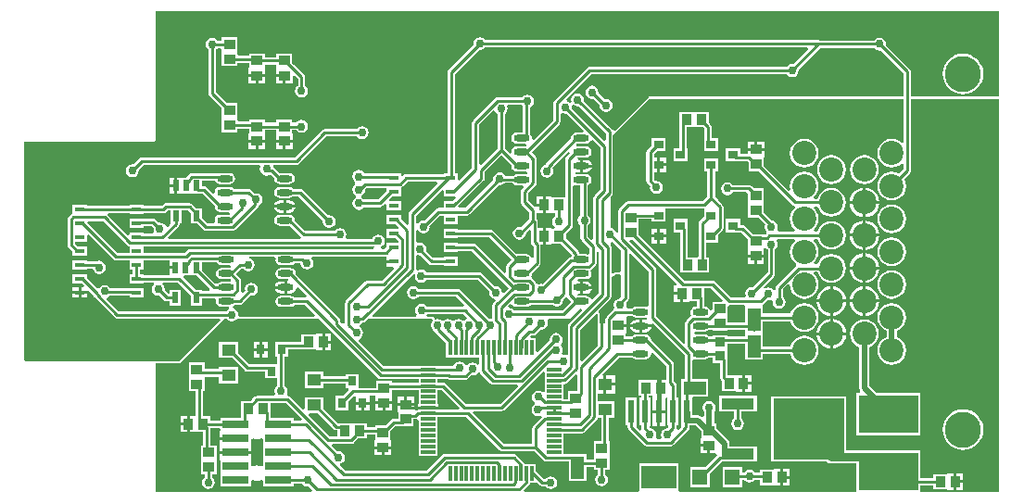
<source format=gtl>
%FSLAX23Y23*%
%MOIN*%
%SFA1B1*%

%IPPOS*%
%ADD13C,0.010000*%
%ADD16R,0.053150X0.057090*%
%ADD17R,0.051180X0.043310*%
%ADD18R,0.039370X0.035430*%
%ADD19R,0.037400X0.033470*%
%ADD20R,0.118110X0.039370*%
%ADD21R,0.251970X0.218500*%
%ADD22R,0.035000X0.016540*%
%ADD23O,0.057090X0.023620*%
%ADD24R,0.035430X0.039370*%
%ADD25R,0.035430X0.031500*%
%ADD26R,0.031500X0.035430*%
%ADD27R,0.094490X0.029920*%
%ADD28R,0.080710X0.045280*%
%ADD29R,0.045280X0.080710*%
%ADD30R,0.053150X0.011810*%
%ADD31R,0.011810X0.053150*%
%ADD32R,0.023620X0.082680*%
%ADD33R,0.125980X0.082680*%
%ADD34R,0.214570X0.137800*%
%ADD35R,0.023620X0.039370*%
%ADD58C,0.030000*%
%ADD59C,0.015000*%
%ADD60C,0.020000*%
%ADD61C,0.030000*%
%ADD62C,0.129920*%
%ADD63C,0.086610*%
%LNpedalbox-1*%
%LPD*%
G36*
X3302Y1604D02*
X3248Y1550D01*
X3244Y1551*
X3235Y1549*
X3227Y1544*
X3225Y1540*
X2515*
X2510Y1539*
X2506Y1536*
X2387Y1418*
X2384Y1414*
X2383Y1409*
Y1348*
X2313Y1278*
X2307Y1282*
X2307Y1283*
X2306Y1291*
X2301Y1297*
X2301Y1298*
Y1395*
X2308Y1400*
X2313Y1408*
X2315Y1417*
X2313Y1426*
X2308Y1433*
X2300Y1438*
X2291Y1440*
X2282Y1438*
X2275Y1433*
X2273Y1431*
X2185*
X2180Y1430*
X2175Y1427*
X2096Y1347*
X2093Y1343*
X2092Y1338*
Y1176*
X2047Y1131*
X2041Y1134*
Y1156*
X2030*
Y1515*
X2117Y1601*
X2121Y1600*
X2130Y1602*
X2137Y1607*
X2139Y1610*
X3299*
X3302Y1604*
G37*
G36*
X3542Y1605D02*
X3550Y1600D01*
X3559Y1598*
X3562Y1599*
X3645Y1516*
Y1433*
X2732*
X2729Y1432*
X2726Y1430*
X2606Y1310*
X2599Y1312*
X2598Y1312*
X2595Y1316*
X2495Y1417*
X2495Y1421*
X2494Y1430*
X2489Y1437*
X2481Y1442*
X2472Y1444*
X2463Y1442*
X2455Y1437*
X2450Y1430*
X2448Y1421*
X2450Y1415*
X2443Y1411*
X2438Y1415*
X2433Y1416*
X2430Y1424*
X2521Y1514*
X3225*
X3227Y1510*
X3235Y1505*
X3244Y1504*
X3253Y1505*
X3260Y1510*
X3265Y1518*
X3267Y1527*
X3266Y1531*
X3344Y1608*
X3540*
X3542Y1605*
G37*
G36*
X3989Y1433D02*
X3671D01*
Y1522*
X3670Y1527*
X3668Y1531*
X3581Y1618*
X3582Y1622*
X3580Y1631*
X3575Y1638*
X3568Y1643*
X3559Y1645*
X3550Y1643*
X3542Y1638*
X3540Y1635*
X3343*
X3341Y1636*
X3336Y1637*
X2139*
X2137Y1640*
X2130Y1645*
X2121Y1647*
X2112Y1645*
X2104Y1640*
X2099Y1632*
X2097Y1624*
X2098Y1620*
X2008Y1530*
X2005Y1525*
X2004Y1520*
Y1156*
X1990*
Y1153*
X1855*
X1850Y1152*
X1845Y1149*
X1842Y1146*
X1836Y1149*
Y1156*
X1785*
Y1156*
X1705*
X1701Y1162*
X1694Y1167*
X1685Y1169*
X1676Y1167*
X1668Y1162*
X1663Y1154*
X1661Y1145*
X1663Y1136*
X1668Y1129*
X1672Y1126*
Y1118*
X1668Y1115*
X1663Y1107*
X1661Y1098*
X1663Y1089*
X1668Y1081*
X1674Y1077*
X1675Y1074*
Y1073*
X1674Y1069*
X1668Y1065*
X1663Y1058*
X1661Y1049*
X1663Y1040*
X1668Y1032*
X1676Y1027*
X1685Y1025*
X1694Y1027*
X1701Y1032*
X1703Y1035*
X1760*
X1765Y1036*
X1770Y1039*
X1779Y1048*
X1785Y1045*
Y1023*
X1836*
Y1056*
X1795*
X1793Y1062*
X1804Y1073*
X1836*
Y1106*
X1838Y1106*
X1843Y1109*
X1860Y1126*
X1965*
X1968Y1120*
X1868Y1020*
X1865Y1016*
X1864Y1011*
Y973*
X1857Y971*
X1836Y992*
Y1006*
X1785*
Y973*
X1817*
X1828Y962*
X1826Y956*
X1785*
Y923*
X1817*
X1828Y913*
X1828Y906*
X1785*
Y892*
X1777Y885*
X1768*
X1765Y891*
X1765Y892*
X1772Y896*
X1777Y904*
X1779Y913*
X1777Y922*
X1772Y929*
X1764Y935*
X1755Y936*
X1746Y935*
X1739Y929*
X1734Y922*
X1733Y919*
X1642*
X1639Y926*
X1639Y928*
X1641Y937*
X1639Y945*
X1634Y953*
X1627Y958*
X1618Y960*
X1609Y958*
X1601Y953*
X1599Y950*
X1491*
X1455Y986*
X1455Y987*
X1453Y995*
X1449Y1002*
X1442Y1006*
X1435Y1008*
X1401*
X1393Y1006*
X1387Y1002*
X1382Y995*
X1381Y987*
X1382Y980*
X1387Y973*
X1393Y969*
X1401Y967*
X1435*
X1436Y968*
X1476Y927*
X1477Y926*
X1475Y919*
X1000*
X997Y926*
X1036Y965*
X1039Y970*
X1040Y975*
Y976*
X1047*
Y1023*
X1072*
X1082Y1012*
Y976*
X1103*
X1125Y953*
X1130Y950*
X1135Y949*
X1230*
X1235Y950*
X1240Y953*
X1320Y1034*
X1323Y1038*
X1323Y1041*
X1331Y1046*
X1336Y1054*
X1338Y1062*
X1336Y1071*
X1331Y1079*
X1323Y1084*
X1314Y1086*
X1311Y1085*
X1299Y1097*
X1295Y1100*
X1289Y1101*
X1235*
X1234Y1102*
X1228Y1106*
X1220Y1108*
X1187*
X1179Y1106*
X1172Y1102*
X1168Y1095*
X1166Y1087*
X1167Y1086*
X1160Y1083*
X1136Y1106*
X1132Y1109*
X1127Y1110*
X1122*
Y1131*
X1168*
X1168Y1130*
X1172Y1123*
X1179Y1119*
X1187Y1117*
X1220*
X1228Y1119*
X1234Y1123*
X1239Y1130*
X1240Y1137*
X1239Y1145*
X1234Y1152*
X1228Y1156*
X1220Y1158*
X1187*
X1181Y1157*
X1181Y1157*
X1176Y1158*
X1085*
X1080Y1157*
X1075Y1154*
X1068Y1146*
X1065Y1142*
X1064Y1139*
X1049*
Y1141*
X1032*
Y1112*
Y1082*
X1049*
Y1084*
X1107*
X1109Y1084*
X1121*
X1167Y1039*
X1166Y1037*
X1168Y1030*
X1172Y1023*
X1179Y1019*
X1187Y1017*
X1218*
X1221Y1013*
X1221Y1010*
X1219Y1008*
X1187*
X1179Y1006*
X1172Y1002*
X1168Y995*
X1166Y987*
X1167Y983*
X1163Y976*
X1140*
X1122Y995*
Y1031*
X1101*
X1086Y1045*
X1082Y1048*
X1077Y1049*
X990*
X985Y1048*
X981Y1045*
X976Y1041*
X911*
Y1044*
X860*
Y1041*
X706*
Y1044*
X655*
Y1011*
X653Y1011*
X648Y1008*
X641Y1000*
X638Y996*
X637Y991*
Y899*
X638Y894*
X641Y889*
X655Y875*
Y861*
X706*
Y894*
X674*
X663Y904*
X663Y911*
X706*
Y933*
X713Y936*
X802Y847*
X806Y844*
X811Y843*
X860*
Y811*
X872*
Y794*
X860*
Y761*
X911*
Y764*
X946*
X948Y757*
X947Y756*
X941Y749*
X940Y740*
X941Y731*
X947Y723*
X954Y718*
X963Y716*
X967Y717*
X984Y700*
X989Y697*
X994Y696*
X1005*
Y681*
X1045*
Y737*
X1005*
Y724*
X998Y723*
X986Y736*
X987Y740*
X985Y749*
X980Y756*
X978Y757*
X980Y764*
X1034*
X1080Y718*
Y681*
X1120*
Y708*
X1167*
X1171Y701*
X1170Y696*
X1172Y688*
X1176Y682*
X1183Y677*
X1190Y676*
X1217*
X1218Y673*
X1218Y669*
X1212Y665*
X1209Y661*
X821*
X779Y703*
X781Y711*
X788Y715*
X789Y716*
X860*
Y711*
X911*
Y744*
X860*
Y743*
X791*
X788Y748*
X780Y753*
X771Y755*
X762Y753*
X755Y748*
X752Y744*
X743Y743*
X706Y780*
Y794*
X655*
Y761*
X687*
X696Y752*
X694Y746*
X686*
Y732*
X711*
X715Y734*
X730Y718*
X731Y715*
X734Y711*
X806Y639*
X810Y636*
X815Y635*
X1184*
X1187Y628*
X1038Y480*
X953*
X949Y479*
X948Y479*
X948Y479*
X944Y480*
X487*
X482Y485*
X482Y1269*
X944*
X948Y1270*
X950Y1271*
X952Y1274*
X953Y1277*
Y1739*
X3989*
Y1433*
G37*
G36*
X2463Y1399D02*
X2472Y1397D01*
X2476Y1398*
X2573Y1301*
Y1277*
X2566Y1274*
X2451Y1389*
X2452Y1393*
X2451Y1399*
X2457Y1403*
X2463Y1399*
G37*
G36*
X3989Y10D02*
X3705D01*
Y33*
X3751*
Y19*
X3802*
Y17*
X3825*
Y47*
Y76*
X3802*
Y74*
X3751*
Y60*
X3705*
Y160*
X3538*
X3536Y161*
X3437*
Y355*
X3169*
Y120*
X3367*
X3375Y115*
X3384Y114*
X3475*
Y10*
X2837*
X2835Y16*
Y17*
Y115*
X2693*
Y17*
Y16*
X2692Y10*
X2281*
X2279Y16*
X2297Y35*
X2300Y39*
X2301Y42*
X2322*
X2327Y43*
X2336Y34*
X2340Y32*
X2345Y31*
X2357*
X2359Y27*
X2367Y22*
X2375Y20*
X2384Y22*
X2392Y27*
X2397Y35*
X2399Y44*
X2397Y53*
X2392Y60*
X2384Y65*
X2375Y67*
X2367Y65*
X2359Y60*
X2357Y58*
X2350Y57*
X2322Y85*
Y111*
X2281*
X2281Y113*
X2278Y118*
X2252Y143*
X2248Y146*
X2243Y147*
X1995*
X1989Y146*
X1985Y143*
X1928Y86*
X1636*
X1617Y105*
X1619Y112*
X1621Y113*
X1628Y118*
X1633Y125*
X1635Y134*
X1633Y143*
X1628Y151*
X1621Y156*
X1612Y158*
X1608Y157*
X1587Y178*
X1590Y184*
X1657*
X1663Y185*
X1667Y188*
X1681Y203*
X1713*
Y217*
X1743*
Y197*
X1741*
Y175*
X1771*
Y170*
Y175*
X1801*
Y197*
X1799*
Y230*
X1815Y246*
X1841*
X1842Y246*
X1882*
Y272*
X1889*
X1893Y272*
X1894Y272*
X1900Y268*
Y220*
Y180*
Y141*
X1969*
Y161*
Y200*
Y240*
Y280*
X2072*
X2191Y160*
X2196Y157*
X2201Y156*
X2317*
X2349Y124*
X2353Y121*
X2358Y120*
X2441*
Y50*
X2503*
Y100*
X2531*
Y89*
X2545*
Y73*
X2542Y71*
X2537Y64*
X2535Y55*
X2537Y46*
X2542Y38*
X2550Y33*
X2559Y31*
X2568Y33*
X2575Y38*
X2580Y46*
X2582Y55*
X2580Y64*
X2575Y71*
X2572Y73*
Y89*
X2586*
Y140*
Y142*
Y194*
X2583*
Y277*
X2604*
Y336*
X2545*
Y365*
X2565*
Y397*
Y429*
X2564*
X2562Y435*
X2620Y494*
X2668*
X2668Y493*
X2675Y489*
X2683Y487*
X2716*
X2724Y489*
X2730Y493*
X2735Y499*
X2736Y507*
X2736Y509*
X2742Y512*
X2790Y464*
Y415*
X2775*
Y385*
X2765*
Y415*
X2742*
Y413*
X2691*
Y358*
X2701*
Y349*
X2694*
Y250*
X2701*
Y239*
X2702Y235*
X2699Y232*
X2696Y231*
X2684Y243*
X2684Y250*
Y349*
X2644*
Y250*
X2652*
Y243*
X2653Y238*
X2655Y234*
X2711Y179*
X2715Y176*
X2720Y175*
X2806*
X2811Y176*
X2816Y179*
X2871Y234*
X2874Y238*
X2875Y243*
Y250*
X2897*
X2917Y231*
Y205*
X2915*
Y183*
X2944*
Y178*
X2949*
Y150*
X2968*
X2974Y143*
X2973Y141*
X2932Y99*
X2877*
Y26*
X2946*
Y76*
X2990Y120*
X3012*
X3014Y120*
X3116*
Y175*
X3018*
Y185*
X3017Y192*
X3013Y198*
X2972Y239*
Y257*
X2963*
Y301*
X2966Y305*
X2968Y314*
X2966Y323*
X2961Y331*
X2953Y336*
X2944Y338*
X2935Y336*
X2928Y331*
X2923Y323*
X2921Y314*
X2923Y305*
X2926Y301*
Y282*
X2920Y280*
X2918Y281*
X2912Y285*
X2905Y287*
X2884*
Y298*
X2884Y300*
Y349*
X2887Y355*
X2942*
Y416*
X2884*
Y484*
X2891Y488*
X2897Y487*
X2931*
X2938Y489*
X2945Y493*
X2946Y494*
X2957*
Y474*
X2985*
Y421*
X2986Y416*
X2989Y411*
X2991Y410*
Y373*
X3042*
Y371*
X3064*
Y401*
Y431*
X3042*
Y429*
X3012*
Y485*
X3011Y490*
X3010Y490*
Y523*
Y525*
Y544*
X3075*
Y487*
X3136*
Y507*
X3237*
X3237Y507*
X3242Y494*
X3250Y484*
X3261Y475*
X3274Y470*
X3287Y468*
X3300Y470*
X3313Y475*
X3323Y484*
X3332Y494*
X3337Y507*
X3339Y520*
X3337Y534*
X3332Y546*
X3323Y557*
X3313Y565*
X3300Y570*
X3287Y572*
X3274Y570*
X3261Y565*
X3250Y557*
X3242Y546*
X3237Y534*
X3237Y533*
X3136*
Y581*
Y625*
X3237*
X3237Y625*
X3242Y612*
X3250Y602*
X3261Y593*
X3274Y588*
X3287Y587*
X3300Y588*
X3313Y593*
X3323Y602*
X3332Y612*
X3337Y625*
X3339Y638*
X3337Y652*
X3332Y664*
X3323Y675*
X3313Y683*
X3300Y688*
X3287Y690*
X3274Y688*
X3261Y683*
X3250Y675*
X3242Y664*
X3237Y652*
X3237Y652*
X3136*
Y678*
Y678*
X3137Y685*
X3140Y687*
X3153Y700*
X3157Y699*
X3166Y701*
X3168Y702*
X3174Y698*
X3173Y692*
X3175Y683*
X3180Y676*
X3187Y671*
X3196Y669*
X3205Y671*
X3213Y676*
X3218Y683*
X3220Y692*
X3218Y701*
X3213Y709*
X3210Y711*
Y740*
X3229Y759*
X3232Y758*
X3235Y756*
X3237Y743*
X3242Y731*
X3250Y720*
X3261Y712*
X3274Y706*
X3287Y705*
X3300Y706*
X3313Y712*
X3323Y720*
X3332Y731*
X3337Y743*
X3339Y756*
X3337Y770*
X3332Y782*
X3323Y793*
X3321Y795*
X3323Y802*
X3335*
X3335Y802*
X3341Y790*
X3349Y779*
X3359Y771*
X3372Y765*
X3385Y764*
X3399Y765*
X3411Y771*
X3422Y779*
X3430Y790*
X3435Y802*
X3437Y815*
X3435Y829*
X3430Y841*
X3422Y852*
X3411Y860*
X3399Y865*
X3385Y867*
X3372Y865*
X3359Y860*
X3349Y852*
X3341Y841*
X3335Y829*
X3335Y829*
X3323*
X3321Y836*
X3323Y838*
X3332Y849*
X3337Y861*
X3339Y875*
X3337Y888*
X3332Y900*
X3323Y911*
X3321Y913*
X3323Y920*
X3335*
X3335Y920*
X3341Y908*
X3349Y897*
X3359Y889*
X3372Y884*
X3385Y882*
X3399Y884*
X3411Y889*
X3422Y897*
X3430Y908*
X3435Y920*
X3437Y934*
X3435Y947*
X3430Y959*
X3422Y970*
X3411Y978*
X3399Y984*
X3385Y985*
X3372Y984*
X3359Y978*
X3349Y970*
X3341Y959*
X3335Y947*
X3335Y947*
X3323*
X3321Y954*
X3323Y956*
X3332Y967*
X3337Y979*
X3339Y993*
X3337Y1006*
X3332Y1018*
X3323Y1029*
X3321Y1031*
X3323Y1038*
X3335*
X3335Y1038*
X3341Y1026*
X3349Y1015*
X3359Y1007*
X3372Y1002*
X3385Y1000*
X3399Y1002*
X3411Y1007*
X3422Y1015*
X3430Y1026*
X3435Y1038*
X3437Y1052*
X3435Y1065*
X3430Y1078*
X3422Y1088*
X3411Y1096*
X3399Y1102*
X3385Y1103*
X3372Y1102*
X3359Y1096*
X3349Y1088*
X3341Y1078*
X3335Y1065*
X3335Y1065*
X3323*
X3321Y1072*
X3323Y1074*
X3332Y1085*
X3337Y1097*
X3339Y1111*
X3337Y1124*
X3332Y1137*
X3323Y1147*
X3313Y1156*
X3300Y1161*
X3287Y1162*
X3274Y1161*
X3261Y1156*
X3250Y1147*
X3242Y1137*
X3237Y1124*
X3235Y1111*
X3237Y1097*
X3237Y1096*
X3231Y1093*
X3141Y1182*
Y1215*
X3143*
Y1238*
X3084*
Y1226*
X3057*
Y1248*
X3005*
Y1200*
X3040*
X3042Y1200*
X3083*
X3086Y1196*
Y1164*
X3123*
X3244Y1042*
X3248Y1039*
X3251Y1039*
X3253Y1033*
X3253Y1031*
X3250Y1029*
X3242Y1018*
X3237Y1006*
X3235Y993*
X3237Y979*
X3242Y967*
X3250Y956*
X3253Y954*
X3251Y947*
X3193*
X3190Y954*
X3190Y955*
X3192Y964*
X3190Y973*
X3185Y981*
X3178Y986*
X3169Y987*
X3140Y1016*
Y1044*
Y1049*
Y1056*
Y1102*
X3106*
X3096Y1111*
X3092Y1114*
X3087Y1115*
X3030*
X3028Y1118*
X3020Y1124*
X3011Y1125*
X3002Y1124*
X2995Y1118*
X2990Y1111*
X2988Y1102*
X2990Y1093*
X2995Y1085*
X3002Y1080*
X3011Y1078*
X3020Y1080*
X3028Y1085*
X3030Y1089*
X3079*
X3085Y1083*
Y1056*
Y1051*
Y1044*
Y997*
X3122*
X3147Y972*
X3145Y964*
X3147Y955*
X3152Y947*
X3150Y941*
X3147Y938*
X3125*
X3124Y938*
X3104*
X3075Y967*
X3070Y970*
X3065Y971*
X3057*
Y992*
X3005*
Y944*
X3040*
X3042Y944*
X3060*
X3085Y919*
Y886*
X3083*
Y864*
X3113*
X3142*
Y886*
X3142Y887*
X3151Y886*
X3152Y884*
X3156Y882*
Y800*
X3102Y747*
X3098Y747*
X3089Y746*
X3081Y740*
X3076Y733*
X3074Y724*
X3076Y716*
X3072Y709*
X3024*
X2967Y766*
X2963Y769*
X2958Y770*
X2857*
X2691Y935*
Y968*
Y970*
Y992*
X2738*
Y982*
X2789*
Y1029*
X2796Y1029*
X2920*
X2927Y1029*
Y1023*
Y1000*
X2912Y986*
X2909Y982*
X2908Y977*
Y859*
X2903Y854*
X2894*
X2887*
X2868*
Y957*
X2868Y959*
Y992*
X2816*
Y944*
X2841*
Y854*
X2841*
Y799*
X2887*
X2892*
X2899*
X2945*
Y854*
X2935*
Y907*
X2978*
Y936*
X2992Y950*
X2995Y954*
X2996Y959*
Y1036*
X2995Y1041*
X2992Y1045*
X2966Y1072*
Y1163*
X2978*
Y1210*
X2927*
Y1163*
X2939*
Y1072*
X2923Y1056*
X2655*
X2649Y1055*
X2645Y1052*
X2621Y1028*
X2618Y1024*
X2617Y1019*
Y943*
X2610Y943*
X2610Y946*
X2605Y954*
X2597Y959*
X2590Y961*
Y1072*
X2595Y1077*
X2598Y1081*
X2599Y1086*
Y1292*
X2732Y1425*
X3645*
Y1268*
X3642Y1267*
X3638Y1266*
X3628Y1274*
X3615Y1279*
X3602Y1281*
X3588Y1279*
X3576Y1274*
X3565Y1265*
X3557Y1255*
X3552Y1242*
X3550Y1229*
X3552Y1215*
X3557Y1203*
X3565Y1192*
X3576Y1184*
X3588Y1179*
X3602Y1177*
X3615Y1179*
X3628Y1184*
X3638Y1192*
X3642Y1191*
X3645Y1190*
Y1173*
X3628Y1155*
X3628Y1156*
X3615Y1161*
X3602Y1162*
X3588Y1161*
X3576Y1156*
X3565Y1147*
X3557Y1137*
X3552Y1124*
X3550Y1111*
X3552Y1097*
X3557Y1085*
X3565Y1074*
X3576Y1066*
X3588Y1061*
X3602Y1059*
X3615Y1061*
X3628Y1066*
X3638Y1074*
X3647Y1085*
X3652Y1097*
X3654Y1111*
X3652Y1124*
X3647Y1137*
X3647Y1137*
X3668Y1158*
X3670Y1162*
X3671Y1167*
Y1425*
X3989*
Y10*
G37*
G36*
X2274Y1401D02*
Y1303D01*
X2253*
X2246Y1302*
X2239Y1297*
X2235Y1291*
X2233Y1283*
X2235Y1275*
X2239Y1269*
X2246Y1265*
X2253Y1263*
X2284*
X2288Y1258*
X2288Y1256*
X2286Y1253*
X2253*
X2246Y1252*
X2239Y1247*
X2235Y1241*
X2233Y1233*
X2234Y1232*
X2227Y1228*
X2210Y1246*
Y1370*
X2213Y1373*
X2218Y1380*
X2220Y1389*
X2218Y1397*
X2222Y1404*
X2272*
X2274Y1401*
G37*
G36*
X2175Y1379D02*
X2180Y1373D01*
X2183Y1370*
Y1246*
X2125Y1188*
X2119Y1190*
Y1332*
X2168Y1382*
X2175Y1379*
G37*
G36*
X2555Y1248D02*
Y1099D01*
X2533Y1077*
X2530Y1073*
X2529Y1068*
Y919*
X2522Y916*
X2509Y930*
Y969*
X2512Y971*
X2517Y979*
X2519Y988*
X2517Y997*
X2512Y1004*
X2509Y1006*
Y1114*
X2509Y1115*
X2516Y1119*
X2520Y1125*
X2522Y1133*
X2520Y1141*
X2516Y1147*
X2509Y1152*
X2501Y1153*
X2468*
X2466Y1153*
X2460Y1157*
X2466Y1161*
X2468Y1161*
X2480*
Y1183*
Y1205*
X2476*
X2475Y1206*
X2472Y1212*
X2473Y1213*
X2501*
X2509Y1215*
X2516Y1219*
X2520Y1225*
X2522Y1233*
X2520Y1241*
X2516Y1247*
X2509Y1252*
X2501Y1253*
X2470*
X2467Y1258*
X2467Y1260*
X2469Y1263*
X2501*
X2509Y1265*
X2516Y1269*
X2519Y1274*
X2527Y1276*
X2555Y1248*
G37*
G36*
X2233Y1184D02*
X2233Y1183D01*
X2235Y1175*
X2239Y1169*
X2246Y1165*
X2253Y1163*
X2287*
X2287Y1163*
X2293Y1158*
X2287Y1153*
X2287Y1153*
X2253*
X2246Y1152*
X2241Y1148*
X2213*
X2209Y1154*
X2201Y1159*
X2192Y1161*
X2183Y1159*
X2176Y1154*
X2171Y1146*
X2169Y1137*
X2170Y1133*
X2068Y1032*
X2044*
X2042Y1039*
X2133Y1129*
X2136Y1133*
X2137Y1138*
Y1162*
X2196Y1222*
X2233Y1184*
G37*
G36*
X2239Y1119D02*
X2246Y1115D01*
X2253Y1113*
X2274*
X2277Y1106*
X2270Y1100*
X2267Y1096*
X2266Y1091*
Y1055*
X2267Y1050*
X2270Y1045*
X2298Y1017*
Y992*
X2270Y963*
X2262Y965*
X2253Y963*
X2246Y958*
X2241Y950*
X2239Y941*
X2241Y932*
X2246Y925*
X2253Y920*
X2262Y918*
X2271Y920*
X2279Y925*
X2284Y932*
X2286Y941*
X2286Y942*
X2296Y953*
X2303Y950*
Y910*
X2304Y905*
X2307Y900*
X2313Y894*
Y854*
X2306Y853*
X2306Y853*
X2301Y860*
X2295Y864*
X2287Y866*
X2253*
X2252Y866*
X2169Y949*
X2165Y952*
X2160Y953*
X2041*
Y956*
X1990*
Y923*
X2041*
Y926*
X2154*
X2233Y847*
X2233Y846*
X2233Y845*
X2219Y830*
X2216Y826*
X2215Y821*
Y799*
X2209Y796*
X2106Y899*
X2101Y902*
X2096Y903*
X2041*
Y906*
X1990*
Y873*
X2041*
Y876*
X2091*
X2223Y744*
X2207Y728*
X2199Y731*
X2198Y737*
X2193Y744*
X2186Y750*
X2177Y751*
X2173Y751*
X2127Y796*
X2123Y799*
X2118Y800*
X1928*
X1926Y803*
X1918Y809*
X1909Y810*
X1900Y809*
X1896Y806*
X1890Y810*
X1890Y811*
Y859*
X1897Y862*
X1905Y861*
X1906Y861*
X1937Y830*
X1942Y827*
X1947Y826*
X1990*
Y823*
X2041*
Y856*
X1990*
Y853*
X1952*
X1927Y878*
X1929Y884*
X1927Y893*
X1922Y901*
X1914Y906*
X1905Y908*
X1897Y906*
X1890Y910*
Y950*
X1897Y952*
X1900Y947*
X1908Y942*
X1917Y941*
X1926Y942*
X1933Y947*
X1938Y955*
X1940Y964*
X1939Y968*
X1977Y1005*
X1990*
Y973*
X2041*
Y1005*
X2073*
X2079Y1006*
X2083Y1009*
X2188Y1115*
X2192Y1114*
X2201Y1116*
X2209Y1121*
X2210Y1122*
X2237*
X2239Y1119*
G37*
G36*
X2420Y1372D02*
X2429Y1370D01*
X2432Y1371*
X2493Y1310*
X2491Y1303*
X2468*
X2460Y1302*
X2454Y1297*
X2449Y1291*
X2448Y1283*
X2448Y1282*
X2356Y1190*
X2354Y1187*
X2353Y1187*
X2345Y1181*
X2340Y1174*
X2338Y1165*
X2340Y1156*
X2345Y1148*
X2353Y1143*
X2362Y1141*
X2371Y1143*
X2378Y1148*
X2383Y1156*
X2385Y1165*
X2383Y1174*
X2381Y1177*
X2437Y1233*
X2444Y1231*
X2445Y1229*
X2432Y1216*
X2429Y1211*
X2428Y1206*
Y1070*
X2379*
Y1072*
X2356*
Y1043*
Y1013*
X2379*
Y1015*
X2391*
Y1003*
X2387Y1000*
X2382Y993*
X2380Y984*
X2382Y975*
X2387Y967*
X2390Y965*
X2388Y958*
X2379*
Y960*
X2356*
Y931*
Y901*
X2379*
Y903*
X2411*
X2451Y863*
X2450Y859*
X2449Y856*
X2444Y855*
X2440Y852*
X2346Y758*
X2342Y759*
X2333Y757*
X2332Y757*
X2332Y757*
X2324Y760*
X2324Y761*
X2321Y765*
X2306Y780*
X2306Y780*
X2305Y787*
X2306Y788*
X2307Y796*
X2307Y797*
X2335Y825*
X2338Y830*
X2339Y835*
Y900*
X2340Y901*
X2346*
Y931*
Y960*
X2329*
Y982*
X2328Y987*
X2325Y992*
X2325Y992*
Y1013*
X2346*
Y1038*
X2318*
X2316Y1037*
X2293Y1060*
Y1085*
X2321Y1114*
X2324Y1118*
X2325Y1123*
Y1208*
X2324Y1213*
X2321Y1218*
X2307Y1232*
X2307Y1233*
X2307Y1234*
X2406Y1334*
X2409Y1338*
X2410Y1343*
Y1370*
X2417Y1373*
X2420Y1372*
G37*
G36*
X1785Y1092D02*
X1755Y1062D01*
X1703*
X1701Y1065*
X1695Y1069*
X1694Y1073*
Y1074*
X1695Y1077*
X1701Y1081*
X1706Y1089*
X1708Y1098*
X1708Y1100*
X1712Y1105*
X1785*
Y1092*
G37*
G36*
X1007Y976D02*
D01*
X1004Y970*
X998Y964*
X990Y966*
X986Y973*
X978Y978*
X969Y980*
X965Y979*
X955Y989*
X950Y992*
X945Y993*
X911*
Y994*
X860*
Y961*
X911*
Y967*
X940*
X946Y960*
X946Y956*
X947Y947*
X948Y946*
X944Y939*
X911*
Y944*
X860*
Y937*
X853Y934*
X780Y1007*
X781Y1011*
X783Y1014*
X860*
Y1011*
X911*
Y1014*
X981*
X987Y1015*
X991Y1018*
X996Y1023*
X1007*
Y976*
G37*
G36*
X1990Y1095D02*
Y1073D01*
X2030*
X2033Y1067*
X2022Y1056*
X1990*
Y1032*
X1971*
X1966Y1031*
X1962Y1028*
X1921Y987*
X1917Y988*
X1908Y986*
X1900Y981*
X1897Y976*
X1890Y978*
Y1005*
X1983Y1098*
X1990Y1095*
G37*
G36*
X1741Y892D02*
X1738Y885D01*
X1078*
X1073Y883*
X1069Y881*
X1058Y869*
X911*
Y893*
X1740*
X1741Y892*
G37*
G36*
X853Y897D02*
X857Y894D01*
X860Y893*
Y869*
X817*
X708Y978*
X710Y985*
X764*
X853Y897*
G37*
G36*
X2468Y1113D02*
X2482D01*
Y1006*
X2479Y1004*
X2474Y997*
X2472Y988*
X2474Y979*
X2479Y971*
X2482Y969*
Y924*
X2483Y919*
X2486Y915*
X2513Y888*
Y870*
X2506Y865*
X2501Y866*
X2479*
Y867*
X2478Y872*
X2475Y877*
X2430Y922*
Y940*
X2450Y960*
X2453Y965*
X2454Y970*
Y1111*
X2461Y1114*
X2468Y1113*
G37*
G36*
X1783Y858D02*
X1783Y851D01*
Y845*
X1811*
Y835*
X1783*
Y821*
X1809*
X1811Y815*
X1767Y771*
X1717*
X1712Y770*
X1707Y767*
X1639Y699*
X1636Y695*
X1635Y690*
Y616*
X1623*
X1618Y621*
Y628*
X1617Y634*
X1614Y638*
X1458Y794*
X1459Y796*
X1457Y804*
X1453Y810*
X1446Y815*
X1438Y816*
X1405*
X1397Y815*
X1391Y810*
X1386Y804*
X1385Y796*
X1386Y788*
X1391Y782*
X1397Y777*
X1405Y776*
X1432*
X1432Y775*
X1428Y768*
X1427*
Y746*
Y724*
X1438*
X1447Y726*
X1454Y730*
X1459Y738*
X1460Y744*
X1466Y747*
X1467Y747*
X1498Y716*
X1495Y709*
X1453*
X1453Y710*
X1446Y715*
X1438Y716*
X1405*
X1397Y715*
X1391Y710*
X1386Y704*
X1385Y696*
X1386Y688*
X1391Y682*
X1397Y677*
X1405Y676*
X1438*
X1446Y677*
X1453Y682*
X1453Y683*
X1492*
X1527Y648*
X1525Y641*
X1256*
X1251Y647*
X1252Y648*
X1250Y657*
X1245Y665*
X1237Y670*
X1233Y671*
X1232Y676*
X1232Y678*
X1238Y682*
X1240Y684*
X1256*
X1261Y685*
X1266Y688*
X1295Y717*
X1299Y716*
X1308Y718*
X1315Y723*
X1320Y731*
X1322Y740*
X1320Y749*
X1315Y756*
X1308Y761*
X1299Y763*
X1290Y761*
X1282Y756*
X1277Y749*
X1275Y740*
X1276Y736*
X1266Y726*
X1260Y730*
X1261Y731*
X1262Y736*
Y771*
X1261Y776*
X1258Y781*
X1244Y795*
X1244Y796*
X1244Y797*
X1262Y815*
X1268Y815*
X1270Y812*
X1278Y807*
X1287Y805*
X1296Y807*
X1303Y812*
X1309Y819*
X1310Y828*
X1309Y837*
X1303Y845*
X1296Y850*
X1292Y851*
X1292Y858*
X1381*
X1386Y851*
X1385Y846*
X1386Y838*
X1391Y832*
X1397Y827*
X1405Y826*
X1438*
X1446Y827*
X1453Y832*
X1453Y833*
X1475*
X1477Y825*
X1482Y818*
X1490Y812*
X1499Y811*
X1507Y812*
X1515Y818*
X1520Y825*
X1522Y834*
X1520Y843*
X1515Y851*
X1515Y851*
X1517Y858*
X1776*
X1783Y858*
G37*
G36*
X2629Y876D02*
Y804D01*
X2622Y800*
X2615Y801*
X2606Y800*
X2600Y796*
X2594Y798*
X2593Y799*
Y891*
X2592Y896*
X2590Y899*
Y906*
X2597Y909*
X2629Y876*
G37*
G36*
X1003Y822D02*
X1025D01*
Y812*
X1003*
Y791*
X911*
Y794*
X899*
Y811*
X911*
Y843*
X1003*
Y822*
G37*
G36*
X2621Y792D02*
X2622D01*
X2623Y792*
X2626Y790*
X2628Y789*
X2629Y787*
Y712*
X2625Y707*
X2617Y705*
X2609Y700*
X2604Y693*
X2602Y684*
X2604Y675*
X2604Y674*
X2601Y666*
X2599Y665*
X2576Y641*
X2573Y637*
X2572Y632*
Y616*
X2552*
Y649*
X2551Y652*
X2549Y654*
X2548Y660*
X2548Y662*
X2589Y704*
X2592Y708*
X2593Y713*
Y783*
X2595Y785*
X2598Y787*
X2600Y788*
X2600Y788*
X2601Y788*
X2602*
X2602Y788*
X2603Y788*
X2604Y789*
X2605Y789*
X2609Y792*
X2615Y793*
X2621Y792*
G37*
G36*
X1176Y832D02*
X1183Y827D01*
X1190Y826*
X1221*
X1225Y821*
X1225Y819*
X1223Y816*
X1190*
X1183Y815*
X1176Y810*
X1172Y804*
X1170Y796*
X1172Y788*
X1176Y782*
X1183Y777*
X1190Y776*
X1223*
X1225Y773*
X1225Y771*
X1221Y766*
X1190*
X1183Y765*
X1176Y760*
X1175Y759*
X1169*
X1120Y808*
Y837*
X1173*
X1176Y832*
G37*
G36*
X3253Y913D02*
X3250Y911D01*
X3242Y900*
X3237Y888*
X3235Y875*
X3237Y861*
X3242Y849*
X3250Y838*
X3257Y833*
X3257Y825*
X3256Y824*
X3187Y755*
X3184Y751*
X3183Y745*
Y738*
X3176Y736*
X3174Y739*
X3166Y745*
X3157Y746*
X3148Y745*
X3145Y742*
X3140Y748*
X3178Y785*
X3181Y790*
X3182Y795*
Y882*
X3185Y884*
X3190Y892*
X3192Y901*
X3190Y910*
X3188Y913*
X3192Y920*
X3251*
X3253Y913*
G37*
G36*
X1149Y742D02*
X1146Y735D01*
X1120*
Y737*
X1099*
X1053Y783*
X1056Y790*
X1101*
X1149Y742*
G37*
G36*
X2548Y874D02*
Y726D01*
X2527Y704*
X2518Y706*
X2516Y710*
X2509Y714*
X2501Y716*
X2473*
X2472Y716*
X2475Y723*
X2476Y723*
X2480*
Y746*
X2485*
X2480*
Y768*
X2476*
X2475Y769*
X2472Y775*
X2473Y776*
X2501*
X2509Y777*
X2516Y781*
X2520Y788*
X2522Y796*
X2520Y803*
X2519Y805*
X2521Y811*
X2536Y826*
X2539Y830*
X2540Y835*
X2540*
Y872*
X2547Y875*
X2548Y874*
G37*
G36*
X2435Y710D02*
X2448Y697D01*
X2448Y696*
X2448Y695*
X2416Y663*
X2244*
X2241Y666*
X2234Y671*
X2225Y673*
X2224Y673*
X2221Y679*
X2228Y687*
X2237Y685*
X2239Y681*
X2246Y677*
X2253Y676*
X2287*
X2295Y677*
X2301Y681*
X2303Y685*
X2380*
X2381Y684*
X2388Y679*
X2397Y677*
X2406Y679*
X2414Y684*
X2419Y691*
X2421Y700*
X2420Y704*
X2426Y710*
X2434Y711*
X2435Y710*
G37*
G36*
X2728Y804D02*
Y681D01*
X2721Y676*
X2716Y677*
X2683*
X2675Y676*
X2668Y671*
X2667Y669*
X2651*
X2647Y676*
X2649Y684*
X2647Y692*
X2652Y697*
X2655Y701*
X2656Y706*
Y866*
X2662Y869*
X2728Y804*
G37*
G36*
X2995Y701D02*
X2992Y695D01*
X2956*
Y667*
X2950Y665*
X2949Y665*
X2945Y671*
X2938Y676*
X2931Y677*
X2926*
Y711*
X2926Y712*
Y743*
X2952*
X2995Y701*
G37*
G36*
X2484Y671D02*
X2486Y664D01*
X2440Y617*
X2437Y613*
X2436Y608*
Y505*
X2429Y502*
X2421Y503*
X2420Y503*
X2415Y509*
X2416Y511*
X2418Y520*
X2416Y529*
X2413Y534*
X2412Y539*
X2413Y544*
X2416Y550*
X2418Y559*
X2416Y568*
X2411Y575*
X2404Y580*
X2395Y582*
X2386Y580*
X2378Y575*
X2373Y568*
X2371Y559*
X2372Y556*
X2329Y513*
X2322Y516*
Y564*
X2303*
X2300Y570*
X2303Y574*
X2312*
X2317Y575*
X2321Y578*
X2338Y595*
X2342Y594*
X2351Y596*
X2359Y601*
X2364Y609*
X2365Y618*
X2364Y626*
X2364Y627*
X2367Y633*
X2444*
X2483Y672*
X2484Y671*
G37*
G36*
X1886Y792D02*
X1886Y787D01*
X1887Y778*
X1892Y770*
X1900Y765*
X1909Y763*
X1918Y765*
X1926Y770*
X1928Y774*
X2112*
X2154Y732*
X2153Y728*
X2155Y719*
X2160Y711*
X2168Y706*
X2174Y705*
X2176Y698*
X2169Y691*
X2166Y687*
X2165Y682*
Y637*
X2160Y633*
X2157Y633*
X2155Y633*
X2050Y737*
X2046Y740*
X2041Y741*
X1900*
X1898Y745*
X1890Y750*
X1881Y751*
X1872Y750*
X1865Y745*
X1860Y737*
X1858Y728*
X1860Y719*
X1865Y711*
X1872Y706*
X1881Y705*
X1890Y706*
X1898Y711*
X1900Y715*
X2035*
X2065Y685*
X2062Y678*
X1928*
X1926Y681*
X1919Y686*
X1910Y688*
X1901Y686*
X1893Y681*
X1888Y674*
X1886Y665*
X1888Y656*
X1893Y648*
X1892Y646*
X1890Y641*
X1735*
X1733Y648*
X1880Y795*
X1886Y792*
G37*
G36*
X2675Y639D02*
X2683Y637D01*
X2716*
X2718Y637*
X2723Y634*
X2723Y634*
X2717Y629*
X2716Y629*
X2704*
Y612*
X2737*
X2737Y613*
X2744Y617*
X2857Y503*
Y416*
X2845*
Y355*
X2844Y349*
Y348*
Y250*
X2843Y244*
X2834Y234*
X2827Y238*
X2828Y239*
Y250*
X2834*
Y349*
X2828*
Y392*
X2827Y397*
X2824Y402*
X2817Y408*
Y470*
X2816Y475*
X2813Y479*
X2736Y556*
X2736Y557*
X2735Y565*
X2730Y571*
X2724Y576*
X2716Y577*
X2683*
X2675Y576*
X2668Y571*
X2668Y570*
X2645*
Y581*
X2647*
Y604*
X2618*
Y614*
X2647*
Y636*
X2650Y642*
X2669*
X2675Y639*
G37*
G36*
X2074Y638D02*
X2071Y631D01*
X2065Y626*
X2060*
X2052Y631*
X2043Y633*
X2035Y631*
X2027Y626*
X2022*
X2014Y631*
X2005Y633*
X1997Y631*
X1989Y626*
X1984*
X1976Y631*
X1967Y633*
X1959Y631*
X1956Y636*
X1955Y637*
X1955Y639*
X1955Y639*
X1954Y639*
X1953Y640*
X1952Y641*
X1952Y641*
X1952Y641*
X1950Y641*
X1949Y641*
X1949Y641*
X1949Y641*
X1934*
X1929Y648*
X1930Y649*
X1932Y651*
X2061*
X2074Y638*
G37*
G36*
X3075Y678D02*
Y620D01*
X3011*
Y641*
Y643*
Y648*
Y677*
X3018Y683*
X3070*
X3075Y678*
G37*
G36*
Y570D02*
X3010D01*
Y574*
X2957*
Y570*
X2946*
X2945Y571*
X2938Y576*
X2931Y577*
X2897*
X2897Y577*
X2891Y582*
X2897Y587*
X2897Y587*
X2931*
X2938Y589*
X2945Y593*
X2946Y594*
X2956*
Y590*
X3011*
Y594*
X3075*
Y570*
G37*
G36*
X2829Y760D02*
X2826Y754D01*
X2819*
Y729*
X2847*
Y724*
X2852*
Y694*
X2875*
Y696*
X2900*
Y677*
X2897*
X2889Y676*
X2883Y671*
X2878Y665*
X2877Y657*
X2878Y649*
X2882Y644*
X2878Y642*
X2863Y627*
X2860Y623*
X2859Y617*
Y548*
X2853Y545*
X2754Y644*
Y809*
X2753Y814*
X2750Y819*
X2659Y910*
X2661Y917*
X2672*
X2829Y760*
G37*
G36*
X1210Y633D02*
X1212Y631D01*
X1219Y626*
X1228Y624*
X1237Y626*
X1245Y631*
X1246Y633*
X1542*
X1754Y421*
X1758Y418*
X1763Y417*
X1900*
Y404*
X1803*
Y410*
X1747*
Y385*
X1685*
Y435*
X1637*
Y426*
X1557*
Y442*
X1490*
Y383*
X1557*
Y399*
X1637*
Y383*
X1646*
X1649Y376*
X1629Y356*
X1600*
Y304*
X1647*
Y337*
X1666Y355*
X1673Y353*
Y335*
X1698*
X1724*
Y358*
X1731Y358*
X1745*
Y336*
X1775*
X1805*
Y359*
X1803*
Y378*
X1900*
Y328*
X1898*
Y317*
X1935*
X1971*
Y328*
X1969*
Y378*
X1982*
X2048Y313*
X2045Y306*
X1971*
Y307*
X1935*
X1898*
Y305*
X1896*
X1891Y304*
X1891Y304*
X1884Y308*
Y320*
X1824*
Y298*
X1826*
Y273*
X1810*
X1805Y272*
X1800Y269*
X1780Y249*
X1743*
Y243*
X1713*
Y258*
X1667*
X1662*
X1660*
X1623*
X1622Y258*
X1609*
X1557Y311*
Y351*
X1490*
Y310*
X1483Y307*
X1438Y353*
X1434Y355*
X1430Y356*
X1427Y359*
X1426Y363*
X1427Y365*
X1428Y374*
X1427Y382*
X1422Y390*
X1418Y392*
Y497*
X1431*
Y523*
X1479*
Y522*
X1530*
Y520*
X1553*
Y549*
Y579*
X1530*
Y577*
X1479*
Y549*
X1418*
X1416Y549*
X1383*
Y497*
X1392*
Y470*
X1360*
X1359Y470*
X1290*
X1250Y510*
Y551*
X1182*
Y492*
X1231*
X1275Y448*
X1279Y445*
X1284Y444*
X1346*
Y419*
X1392*
Y392*
X1388Y390*
X1383Y382*
X1382Y374*
X1383Y365*
X1384Y363*
X1380Y356*
X1318*
X1313Y355*
X1309Y353*
X1301Y345*
X1300Y343*
X1295Y338*
X1262*
Y299*
X1262Y298*
Y276*
X1186*
Y266*
X1150*
Y283*
X1125*
Y372*
X1130*
Y424*
X1136Y425*
X1182*
Y401*
X1250*
Y460*
X1182*
Y452*
X1130*
Y477*
X1074*
Y431*
Y426*
Y419*
Y372*
X1099*
Y285*
X1076*
Y255*
Y226*
X1099*
Y228*
X1124*
Y178*
X1117*
Y132*
Y127*
Y120*
Y73*
X1130*
Y64*
X1127Y61*
X1122Y54*
X1120Y45*
X1122Y36*
X1127Y28*
X1134Y23*
X1143Y21*
X1152Y23*
X1160Y28*
X1165Y36*
X1167Y45*
X1165Y54*
X1160Y61*
X1156Y64*
Y73*
X1173*
Y120*
Y125*
Y132*
Y178*
X1150*
Y240*
X1183*
X1186Y233*
X1184Y228*
Y208*
X1242*
Y198*
X1184*
Y185*
Y178*
Y171*
Y158*
X1242*
X1299*
Y171*
Y178*
Y185*
Y200*
X1306Y203*
X1311Y201*
X1318Y200*
X1326Y201*
X1332Y204*
X1333Y204*
X1340Y201*
Y180*
Y176*
Y130*
Y126*
Y105*
X1333Y102*
X1332Y102*
X1326Y105*
X1318Y106*
X1311Y105*
X1304Y102*
X1304Y102*
X1297Y105*
Y122*
X1299Y128*
Y132*
Y148*
X1242*
X1184*
Y132*
Y128*
X1186Y122*
Y80*
Y76*
Y30*
X1297*
Y51*
X1304Y54*
X1304Y54*
X1311Y51*
X1318Y50*
X1326Y51*
X1332Y54*
X1333Y54*
X1340Y51*
Y30*
X1450*
Y40*
X1481*
X1483Y36*
X1491Y31*
X1500Y30*
X1503Y30*
X1518Y16*
X1515Y10*
X953*
Y472*
X1042*
X1203Y633*
X1210*
G37*
G36*
X2543Y649D02*
Y537D01*
X2487Y480*
X2480Y483*
Y595*
X2536Y651*
X2543Y649*
G37*
G36*
X1949Y633D02*
X1951Y626D01*
X1946Y619*
X1944Y610*
X1946Y601*
X1951Y593*
X1959Y588*
X1959Y588*
X1959Y587*
X1962Y582*
X1999Y545*
Y494*
X2118*
Y470*
X2111Y468*
X2111Y469*
X2103Y474*
X2094Y476*
X2085Y474*
X2077Y469*
X2075Y466*
X2073Y466*
X2067Y467*
X2063Y473*
X2056Y478*
X2047Y480*
X2038Y478*
X2030Y473*
X2025Y465*
X2025Y464*
X1969*
Y464*
X1900*
Y464*
X1774*
X1684Y554*
X1687Y561*
X1693Y566*
X1698Y573*
X1700Y582*
X1698Y591*
X1693Y599*
X1689Y602*
Y610*
X1693Y613*
X1698Y620*
X1699*
X1704Y621*
X1709Y624*
X1718Y633*
X1949*
G37*
G36*
X2121Y439D02*
X2122Y438D01*
X2159Y401*
X2163Y398*
X2168Y397*
X2254*
X2257Y390*
X2194Y327*
X2070*
X1997Y401*
X1993Y403*
X1988Y404*
X1969*
Y417*
X2004*
X2006Y416*
X2011Y415*
X2070*
X2075Y416*
X2079Y419*
X2090Y430*
X2094Y429*
X2103Y431*
X2111Y436*
X2113Y439*
X2121Y439*
G37*
G36*
X2353Y440D02*
Y417D01*
Y372*
X2350Y370*
X2346Y369*
X2339Y374*
X2330Y375*
X2321Y374*
X2314Y368*
X2309Y361*
X2307Y352*
X2309Y343*
X2314Y335*
X2317Y333*
X2317Y325*
X2313Y322*
X2308Y315*
X2306Y306*
X2308Y297*
X2313Y289*
X2320Y284*
X2329Y282*
X2338Y284*
X2338Y284*
X2343Y279*
X2313Y249*
X2310Y244*
X2309Y239*
Y182*
X2206*
X2094Y294*
X2097Y301*
X2199*
X2204Y302*
X2209Y305*
X2346Y442*
X2353Y440*
G37*
G36*
X2472Y430D02*
Y372D01*
X2436*
Y345*
X2422*
Y358*
Y398*
X2425*
X2430Y399*
X2434Y402*
X2465Y433*
X2472Y430*
G37*
G36*
X1480Y273D02*
X1477Y266D01*
X1450*
Y276*
X1367*
Y298*
X1367Y299*
Y330*
X1423*
X1480Y273*
G37*
G36*
X1595Y236D02*
X1599Y233D01*
X1604Y232*
X1609*
Y211*
X1580*
X1505Y286*
X1507Y292*
X1538*
X1595Y236*
G37*
G36*
X2742Y351D02*
Y349D01*
Y305*
X2786*
Y345*
X2792Y350*
X2793Y350*
X2794Y349*
X2794Y349*
Y250*
X2797*
X2799Y244*
X2795Y240*
X2795Y239*
X2786Y238*
X2778Y233*
X2773Y225*
X2771Y216*
X2773Y208*
X2769Y201*
X2757*
X2754Y208*
X2755Y216*
X2753Y225*
X2748Y233*
X2741Y238*
X2734Y239*
X2730Y243*
X2733Y250*
X2734*
Y349*
X2728*
Y358*
X2742*
X2742Y351*
G37*
G36*
X2556Y194D02*
X2531D01*
Y142*
Y140*
Y127*
X2503*
Y146*
X2456*
X2454Y147*
X2422*
Y180*
Y221*
X2486*
X2491Y222*
X2496Y224*
X2541Y270*
X2544Y274*
X2545Y277*
X2556*
Y194*
G37*
%LNpedalbox-2*%
%LPC*%
G36*
X2523Y1472D02*
X2514Y1470D01*
X2507Y1465*
X2501Y1457*
X2500Y1448*
X2501Y1439*
X2507Y1432*
X2514Y1427*
X2523Y1425*
X2529Y1426*
X2551Y1403*
X2551Y1401*
X2552Y1392*
X2558Y1384*
X2565Y1379*
X2574Y1378*
X2583Y1379*
X2591Y1384*
X2596Y1392*
X2598Y1401*
X2596Y1410*
X2591Y1418*
X2583Y1423*
X2574Y1425*
X2569Y1423*
X2546Y1446*
X2547Y1448*
X2545Y1457*
X2540Y1465*
X2532Y1470*
X2523Y1472*
G37*
G36*
X1248Y1646D02*
X1192D01*
Y1634*
X1176*
X1174Y1637*
X1166Y1642*
X1157Y1644*
X1148Y1642*
X1140Y1637*
X1135Y1630*
X1134Y1621*
X1135Y1612*
X1140Y1604*
X1144Y1602*
Y1445*
X1145Y1440*
X1148Y1436*
X1192Y1391*
Y1364*
Y1359*
Y1352*
Y1305*
X1248*
Y1318*
X1291*
Y1300*
X1289*
Y1277*
X1348*
Y1300*
X1346*
Y1312*
X1389*
Y1300*
X1387*
Y1277*
X1417*
X1447*
Y1300*
X1445*
Y1312*
X1460*
X1462Y1309*
X1470Y1304*
X1479Y1302*
X1488Y1304*
X1495Y1309*
X1501Y1316*
X1502Y1325*
X1501Y1334*
X1495Y1342*
X1488Y1347*
X1479Y1349*
X1470Y1347*
X1462Y1342*
X1460Y1339*
X1445*
Y1351*
X1389*
Y1339*
X1346*
Y1351*
X1291*
Y1344*
X1253*
X1248Y1349*
Y1357*
Y1364*
Y1410*
X1211*
X1170Y1451*
Y1602*
X1174Y1604*
X1176Y1607*
X1187*
X1192Y1602*
Y1595*
Y1588*
Y1542*
X1248*
Y1554*
X1291*
Y1536*
X1289*
Y1513*
X1348*
Y1536*
X1346*
Y1548*
X1389*
Y1536*
X1387*
Y1513*
X1417*
Y1508*
X1422*
Y1481*
X1447*
Y1507*
X1453Y1509*
X1466Y1497*
Y1471*
X1462Y1469*
X1457Y1461*
X1455Y1452*
X1457Y1443*
X1462Y1436*
X1470Y1431*
X1479Y1429*
X1488Y1431*
X1495Y1436*
X1501Y1443*
X1502Y1452*
X1501Y1461*
X1495Y1469*
X1492Y1471*
Y1502*
X1491Y1507*
X1488Y1512*
X1451Y1548*
X1449Y1550*
X1445Y1555*
Y1587*
X1389*
Y1575*
X1346*
Y1587*
X1291*
Y1581*
X1253*
X1248Y1586*
Y1593*
Y1600*
Y1646*
G37*
G36*
X1412Y1503D02*
X1387D01*
Y1481*
X1412*
Y1503*
G37*
G36*
X1348D02*
X1323D01*
Y1481*
X1348*
Y1503*
G37*
G36*
X1313D02*
X1289D01*
Y1481*
X1313*
Y1503*
G37*
G36*
X3858Y1588D02*
X3843Y1586D01*
X3830Y1582*
X3817Y1575*
X3806Y1566*
X3797Y1555*
X3790Y1542*
X3786Y1529*
X3784Y1514*
X3786Y1500*
X3790Y1486*
X3797Y1474*
X3806Y1462*
X3817Y1453*
X3830Y1447*
X3843Y1442*
X3858Y1441*
X3872Y1442*
X3886Y1447*
X3899Y1453*
X3910Y1462*
X3919Y1474*
X3926Y1486*
X3930Y1500*
X3931Y1514*
X3930Y1529*
X3926Y1542*
X3919Y1555*
X3910Y1566*
X3899Y1575*
X3886Y1582*
X3872Y1586*
X3858Y1588*
G37*
G36*
X1697Y1326D02*
X1688Y1324D01*
X1680Y1319*
X1678Y1316*
X1562*
X1557Y1315*
X1553Y1312*
X1454Y1213*
X904*
X899Y1212*
X895Y1209*
X874Y1189*
X871Y1189*
X862Y1188*
X854Y1182*
X849Y1175*
X847Y1166*
X849Y1157*
X854Y1149*
X862Y1144*
X871Y1142*
X880Y1144*
X887Y1149*
X892Y1157*
X894Y1166*
X893Y1170*
X910Y1186*
X1327*
X1331Y1179*
X1329Y1172*
X1331Y1163*
X1336Y1155*
X1344Y1150*
X1353Y1148*
X1362Y1150*
X1367Y1153*
X1381Y1139*
X1381Y1137*
X1382Y1130*
X1387Y1123*
X1393Y1119*
X1401Y1117*
X1435*
X1442Y1119*
X1449Y1123*
X1453Y1130*
X1455Y1137*
X1453Y1145*
X1449Y1152*
X1442Y1156*
X1435Y1158*
X1401*
X1400Y1157*
X1380Y1177*
X1377Y1179*
X1377Y1184*
X1377Y1185*
X1378Y1186*
X1460*
X1465Y1188*
X1469Y1190*
X1568Y1289*
X1678*
X1680Y1286*
X1688Y1281*
X1697Y1279*
X1705Y1281*
X1713Y1286*
X1718Y1294*
X1720Y1303*
X1718Y1312*
X1713Y1319*
X1705Y1324*
X1697Y1326*
G37*
G36*
X1447Y1267D02*
X1422D01*
Y1244*
X1447*
Y1267*
G37*
G36*
X1412D02*
X1387D01*
Y1244*
X1412*
Y1267*
G37*
G36*
X1348D02*
X1323D01*
Y1244*
X1348*
Y1267*
G37*
G36*
X1313D02*
X1289D01*
Y1244*
X1313*
Y1267*
G37*
G36*
X1022Y1141D02*
X1005D01*
Y1117*
X1022*
Y1141*
G37*
G36*
Y1107D02*
X1005D01*
Y1082*
X1022*
Y1107*
G37*
G36*
X1435Y1060D02*
X1423D01*
Y1042*
X1456*
X1455Y1046*
X1450Y1053*
X1443Y1058*
X1435Y1060*
G37*
G36*
X1413D02*
X1401D01*
X1393Y1058*
X1385Y1053*
X1381Y1046*
X1380Y1042*
X1413*
Y1060*
G37*
G36*
X1456Y1032D02*
X1423D01*
Y1015*
X1435*
X1443Y1017*
X1450Y1022*
X1455Y1029*
X1456Y1032*
G37*
G36*
X1413D02*
X1380D01*
X1381Y1029*
X1385Y1022*
X1393Y1017*
X1401Y1015*
X1413*
Y1032*
G37*
G36*
X1435Y1108D02*
X1401D01*
X1393Y1106*
X1387Y1102*
X1382Y1095*
X1381Y1087*
X1382Y1080*
X1387Y1073*
X1393Y1069*
X1401Y1067*
X1435*
X1442Y1069*
X1449Y1073*
X1450Y1074*
X1469*
X1555Y988*
X1554Y984*
X1556Y975*
X1561Y967*
X1569Y962*
X1578Y960*
X1587Y962*
X1595Y967*
X1600Y975*
X1601Y984*
X1600Y993*
X1595Y1000*
X1587Y1005*
X1578Y1007*
X1574Y1006*
X1484Y1097*
X1479Y1100*
X1474Y1101*
X1450*
X1449Y1102*
X1442Y1106*
X1435Y1108*
G37*
G36*
X706Y844D02*
X655D01*
Y811*
X706*
Y814*
X729*
X730Y809*
X735Y802*
X742Y797*
X751Y795*
X760Y797*
X768Y802*
X773Y809*
X775Y818*
X773Y827*
X768Y835*
X760Y840*
X751Y842*
X742Y840*
X742Y840*
X737Y841*
X706*
Y844*
G37*
G36*
X676Y746D02*
X653D01*
Y732*
X676*
Y746*
G37*
G36*
X708Y722D02*
X686D01*
Y709*
X708*
Y722*
G37*
G36*
X676D02*
X653D01*
Y709*
X676*
Y722*
G37*
G36*
X3143Y1270D02*
X3119D01*
Y1248*
X3143*
Y1270*
G37*
G36*
X3109D02*
X3084D01*
Y1248*
X3109*
Y1270*
G37*
G36*
X2891Y1378D02*
X2884D01*
X2838*
Y1338*
X2838Y1337*
Y1248*
X2816*
Y1200*
X2868*
Y1248*
X2864*
Y1322*
X2889*
X2896*
X2924*
X2926Y1320*
Y1272*
X2927Y1271*
Y1238*
X2978*
Y1285*
X2953*
Y1325*
X2952Y1330*
X2949Y1335*
X2943Y1341*
Y1378*
X2896*
X2891*
G37*
G36*
X2791Y1212D02*
X2768D01*
Y1192*
X2791*
Y1212*
G37*
G36*
X3287Y1281D02*
X3274Y1279D01*
X3261Y1274*
X3250Y1265*
X3242Y1255*
X3237Y1242*
X3235Y1229*
X3237Y1215*
X3242Y1203*
X3250Y1192*
X3261Y1184*
X3274Y1179*
X3287Y1177*
X3300Y1179*
X3313Y1184*
X3323Y1192*
X3332Y1203*
X3337Y1215*
X3339Y1229*
X3337Y1242*
X3332Y1255*
X3323Y1265*
X3313Y1274*
X3300Y1279*
X3287Y1281*
G37*
G36*
X2791Y1182D02*
X2768D01*
Y1161*
X2791*
Y1182*
G37*
G36*
X3503Y1222D02*
X3490Y1220D01*
X3478Y1215*
X3467Y1206*
X3459Y1196*
X3453Y1183*
X3452Y1170*
X3453Y1156*
X3459Y1144*
X3467Y1133*
X3478Y1125*
X3490Y1120*
X3503Y1118*
X3517Y1120*
X3529Y1125*
X3540Y1133*
X3548Y1144*
X3553Y1156*
X3555Y1170*
X3553Y1183*
X3548Y1196*
X3540Y1206*
X3529Y1215*
X3517Y1220*
X3503Y1222*
G37*
G36*
X3385D02*
X3372Y1220D01*
X3359Y1215*
X3349Y1206*
X3341Y1196*
X3335Y1183*
X3334Y1170*
X3335Y1156*
X3341Y1144*
X3349Y1133*
X3359Y1125*
X3372Y1120*
X3385Y1118*
X3399Y1120*
X3411Y1125*
X3422Y1133*
X3430Y1144*
X3435Y1156*
X3437Y1170*
X3435Y1183*
X3430Y1196*
X3422Y1206*
X3411Y1215*
X3399Y1220*
X3385Y1222*
G37*
G36*
X2789Y1285D02*
X2738D01*
Y1256*
X2723Y1242*
X2720Y1238*
X2719Y1233*
Y1129*
X2720Y1124*
X2723Y1119*
X2733Y1110*
X2732Y1106*
X2734Y1097*
X2739Y1089*
X2746Y1084*
X2755Y1082*
X2764Y1084*
X2772Y1089*
X2777Y1097*
X2779Y1106*
X2777Y1115*
X2772Y1122*
X2764Y1127*
X2755Y1129*
X2751Y1128*
X2746Y1134*
Y1161*
X2758*
Y1187*
Y1212*
X2746*
Y1227*
X2756Y1238*
X2789*
Y1285*
G37*
G36*
X3508Y1105D02*
Y1057D01*
X3557*
X3555Y1066*
X3550Y1079*
X3541Y1090*
X3530Y1098*
X3517Y1104*
X3508Y1105*
G37*
G36*
X3498D02*
X3490Y1104D01*
X3477Y1098*
X3465Y1090*
X3457Y1079*
X3452Y1066*
X3450Y1057*
X3498*
Y1105*
G37*
G36*
Y1047D02*
X3450D01*
X3452Y1038*
X3457Y1025*
X3465Y1014*
X3477Y1005*
X3490Y1000*
X3498Y999*
Y1047*
G37*
G36*
X3557D02*
X3508D01*
Y999*
X3517Y1000*
X3530Y1005*
X3541Y1014*
X3550Y1025*
X3555Y1038*
X3557Y1047*
G37*
G36*
X3602Y1044D02*
X3588Y1043D01*
X3576Y1037*
X3565Y1029*
X3557Y1018*
X3552Y1006*
X3550Y993*
X3552Y979*
X3557Y967*
X3565Y956*
X3576Y948*
X3588Y943*
X3602Y941*
X3615Y943*
X3628Y948*
X3638Y956*
X3647Y967*
X3652Y979*
X3654Y993*
X3652Y1006*
X3647Y1018*
X3638Y1029*
X3628Y1037*
X3615Y1043*
X3602Y1044*
G37*
G36*
X3508Y987D02*
Y939D01*
X3557*
X3555Y947*
X3550Y960*
X3541Y972*
X3530Y980*
X3517Y985*
X3508Y987*
G37*
G36*
X3498D02*
X3490Y985D01*
X3477Y980*
X3465Y972*
X3457Y960*
X3452Y947*
X3450Y939*
X3498*
Y987*
G37*
G36*
X2791Y956D02*
X2768D01*
Y936*
X2791*
Y956*
G37*
G36*
X2758D02*
X2736D01*
Y936*
X2758*
Y956*
G37*
G36*
X2791Y926D02*
X2768D01*
Y905*
X2791*
Y926*
G37*
G36*
X2758D02*
X2736D01*
Y905*
X2758*
Y926*
G37*
G36*
X3557Y929D02*
X3508D01*
Y880*
X3517Y882*
X3530Y887*
X3541Y896*
X3550Y907*
X3555Y920*
X3557Y929*
G37*
G36*
X3498D02*
X3450D01*
X3452Y920*
X3457Y907*
X3465Y896*
X3477Y887*
X3490Y882*
X3498Y880*
Y929*
G37*
G36*
X3142Y854D02*
X3118D01*
Y831*
X3142*
Y854*
G37*
G36*
X3108D02*
X3083D01*
Y831*
X3108*
Y854*
G37*
G36*
X3602Y926D02*
X3588Y924D01*
X3576Y919*
X3565Y911*
X3557Y900*
X3552Y888*
X3550Y875*
X3552Y861*
X3557Y849*
X3565Y838*
X3576Y830*
X3588Y825*
X3602Y823*
X3615Y825*
X3628Y830*
X3638Y838*
X3647Y849*
X3652Y861*
X3654Y875*
X3652Y888*
X3647Y900*
X3638Y911*
X3628Y919*
X3615Y924*
X3602Y926*
G37*
G36*
X3508Y869D02*
Y820D01*
X3557*
X3555Y829*
X3550Y842*
X3541Y853*
X3530Y862*
X3517Y867*
X3508Y869*
G37*
G36*
X3498D02*
X3490Y867D01*
X3477Y862*
X3465Y853*
X3457Y842*
X3452Y829*
X3450Y820*
X3498*
Y869*
G37*
G36*
Y810D02*
X3450D01*
X3452Y802*
X3457Y789*
X3465Y777*
X3477Y769*
X3490Y764*
X3498Y762*
Y810*
G37*
G36*
X3557D02*
X3508D01*
Y762*
X3517Y764*
X3530Y769*
X3541Y777*
X3550Y789*
X3555Y802*
X3557Y810*
G37*
G36*
X3602Y808D02*
X3588Y806D01*
X3576Y801*
X3565Y793*
X3557Y782*
X3552Y770*
X3550Y756*
X3552Y743*
X3557Y731*
X3565Y720*
X3576Y712*
X3588Y706*
X3602Y705*
X3615Y706*
X3628Y712*
X3638Y720*
X3647Y731*
X3652Y743*
X3654Y756*
X3652Y770*
X3647Y782*
X3638Y793*
X3628Y801*
X3615Y806*
X3602Y808*
G37*
G36*
X3508Y750D02*
Y702D01*
X3557*
X3555Y711*
X3550Y724*
X3541Y735*
X3530Y744*
X3517Y749*
X3508Y750*
G37*
G36*
X3498D02*
X3490Y749D01*
X3477Y744*
X3465Y735*
X3457Y724*
X3452Y711*
X3450Y702*
X3498*
Y750*
G37*
G36*
X3390D02*
Y702D01*
X3438*
X3437Y711*
X3432Y724*
X3423Y735*
X3412Y744*
X3399Y749*
X3390Y750*
G37*
G36*
X3380D02*
X3371Y749D01*
X3358Y744*
X3347Y735*
X3339Y724*
X3333Y711*
X3332Y702*
X3380*
Y750*
G37*
G36*
X3438Y692D02*
X3390D01*
Y644*
X3399Y645*
X3412Y651*
X3423Y659*
X3432Y670*
X3437Y683*
X3438Y692*
G37*
G36*
X3498D02*
X3450D01*
X3452Y683*
X3457Y670*
X3465Y659*
X3477Y651*
X3490Y645*
X3498Y644*
Y692*
G37*
G36*
X3557D02*
X3508D01*
Y644*
X3517Y645*
X3530Y651*
X3541Y659*
X3550Y670*
X3555Y683*
X3557Y692*
G37*
G36*
X3380D02*
X3332D01*
X3333Y683*
X3339Y670*
X3347Y659*
X3358Y651*
X3371Y645*
X3380Y644*
Y692*
G37*
G36*
X3390Y632D02*
Y584D01*
X3438*
X3437Y593*
X3432Y606*
X3423Y617*
X3412Y626*
X3399Y631*
X3390Y632*
G37*
G36*
X3380D02*
X3371Y631D01*
X3358Y626*
X3347Y617*
X3339Y606*
X3333Y593*
X3332Y584*
X3380*
Y632*
G37*
G36*
X3438Y574D02*
X3390D01*
Y526*
X3399Y527*
X3412Y533*
X3423Y541*
X3432Y552*
X3437Y565*
X3438Y574*
G37*
G36*
X3380D02*
X3332D01*
X3333Y565*
X3339Y552*
X3347Y541*
X3358Y533*
X3371Y527*
X3380Y526*
Y574*
G37*
G36*
X3602Y690D02*
X3588Y688D01*
X3576Y683*
X3565Y675*
X3557Y664*
X3552Y652*
X3550Y638*
X3552Y625*
X3557Y612*
X3565Y602*
X3576Y593*
X3584Y590*
Y568*
X3576Y565*
X3565Y557*
X3557Y546*
X3552Y534*
X3550Y520*
X3552Y507*
X3557Y494*
X3565Y484*
X3576Y475*
X3588Y470*
X3602Y468*
X3615Y470*
X3628Y475*
X3638Y484*
X3647Y494*
X3652Y507*
X3654Y520*
X3652Y534*
X3647Y546*
X3638Y557*
X3628Y565*
X3620Y568*
Y590*
X3628Y593*
X3638Y602*
X3647Y612*
X3652Y625*
X3654Y638*
X3652Y652*
X3647Y664*
X3638Y675*
X3628Y683*
X3615Y688*
X3602Y690*
G37*
G36*
X3097Y431D02*
X3074D01*
Y406*
X3097*
Y431*
G37*
G36*
X2606Y429D02*
X2575D01*
Y402*
X2606*
Y429*
G37*
G36*
X3097Y396D02*
X3074D01*
Y371*
X3097*
Y396*
G37*
G36*
X2606Y392D02*
X2575D01*
Y365*
X2606*
Y392*
G37*
G36*
X3116Y356D02*
X2982D01*
Y300*
X3034*
Y275*
X3031Y273*
X3026Y265*
X3024Y256*
X3026Y247*
X3031Y240*
X3039Y235*
X3048Y233*
X3057Y235*
X3064Y240*
X3069Y247*
X3071Y256*
X3069Y265*
X3064Y273*
X3061Y275*
Y300*
X3116*
Y356*
G37*
G36*
X3503Y631D02*
X3490Y629D01*
X3478Y624*
X3467Y616*
X3459Y605*
X3453Y593*
X3452Y579*
X3453Y566*
X3459Y553*
X3467Y543*
X3478Y534*
X3485Y531*
Y384*
X3486Y377*
X3489Y374*
X3486Y367*
X3475*
Y213*
X3705*
Y367*
X3547*
X3522Y392*
Y531*
X3529Y534*
X3540Y543*
X3548Y553*
X3553Y566*
X3555Y579*
X3553Y593*
X3548Y605*
X3540Y616*
X3529Y624*
X3517Y629*
X3503Y631*
G37*
G36*
X3858Y308D02*
X3843Y307D01*
X3830Y302*
X3817Y296*
X3806Y287*
X3797Y275*
X3790Y263*
X3786Y249*
X3784Y235*
X3786Y220*
X3790Y207*
X3797Y194*
X3806Y183*
X3817Y174*
X3830Y167*
X3843Y163*
X3858Y161*
X3872Y163*
X3886Y167*
X3899Y174*
X3910Y183*
X3919Y194*
X3926Y207*
X3930Y220*
X3931Y235*
X3930Y249*
X3926Y263*
X3919Y275*
X3910Y287*
X3899Y296*
X3886Y302*
X3872Y307*
X3858Y308*
G37*
G36*
X2939Y173D02*
X2915D01*
Y150*
X2939*
Y173*
G37*
G36*
X1801Y165D02*
X1776D01*
Y142*
X1801*
Y165*
G37*
G36*
X1766D02*
X1741D01*
Y142*
X1766*
Y165*
G37*
G36*
X3234Y92D02*
X3211D01*
Y67*
X3234*
Y92*
G37*
G36*
X3858Y76D02*
X3835D01*
Y52*
X3858*
Y76*
G37*
G36*
X3234Y57D02*
X3211D01*
Y33*
X3234*
Y57*
G37*
G36*
X3063Y99D02*
X2993D01*
Y26*
X3063*
Y54*
X3071*
X3073Y51*
X3081Y46*
X3090Y44*
X3099Y46*
X3107Y51*
X3109Y54*
X3127*
Y35*
X3178*
Y33*
X3201*
Y62*
Y92*
X3178*
Y90*
X3127*
Y81*
X3109*
X3107Y84*
X3099Y89*
X3090Y91*
X3081Y89*
X3073Y84*
X3071Y81*
X3063*
Y99*
G37*
G36*
X3858Y42D02*
X3835D01*
Y17*
X3858*
Y42*
G37*
G36*
X2501Y1205D02*
X2490D01*
Y1188*
X2523*
X2522Y1192*
X2517Y1199*
X2510Y1204*
X2501Y1205*
G37*
G36*
X2523Y1178D02*
X2490D01*
Y1161*
X2501*
X2510Y1163*
X2517Y1167*
X2522Y1175*
X2523Y1178*
G37*
G36*
X2346Y1072D02*
X2323D01*
Y1048*
X2346*
Y1072*
G37*
G36*
X1417Y768D02*
X1405D01*
X1397Y767*
X1389Y762*
X1384Y755*
X1384Y751*
X1417*
Y768*
G37*
G36*
Y741D02*
X1384D01*
X1384Y738*
X1389Y730*
X1397Y726*
X1405Y724*
X1417*
Y741*
G37*
G36*
X2501Y768D02*
X2490D01*
Y751*
X2523*
X2522Y754*
X2517Y761*
X2510Y766*
X2501Y768*
G37*
G36*
X2523Y741D02*
X2490D01*
Y723*
X2501*
X2510Y725*
X2517Y730*
X2522Y737*
X2523Y741*
G37*
G36*
X2694Y629D02*
X2683D01*
X2674Y628*
X2667Y623*
X2662Y616*
X2661Y612*
X2694*
Y629*
G37*
G36*
X2737Y602D02*
X2704D01*
Y585*
X2716*
X2725Y587*
X2732Y591*
X2737Y599*
X2737Y602*
G37*
G36*
X2694D02*
X2661D01*
X2662Y599*
X2667Y591*
X2674Y587*
X2683Y585*
X2694*
Y602*
G37*
G36*
X2842Y719D02*
X2819D01*
Y694*
X2842*
Y719*
G37*
G36*
X1585Y579D02*
X1563D01*
Y554*
X1585*
Y579*
G37*
G36*
X1358Y551D02*
X1337D01*
Y528*
X1358*
Y551*
G37*
G36*
X1327D02*
X1306D01*
Y528*
X1327*
Y551*
G37*
G36*
X1585Y544D02*
X1563D01*
Y520*
X1585*
Y544*
G37*
G36*
X1358Y518D02*
X1337D01*
Y495*
X1358*
Y518*
G37*
G36*
X1327D02*
X1306D01*
Y495*
X1327*
Y518*
G37*
G36*
X1884Y353D02*
X1859D01*
Y330*
X1884*
Y353*
G37*
G36*
X1849D02*
X1824D01*
Y330*
X1849*
Y353*
G37*
G36*
X1805Y326D02*
X1780D01*
Y303*
X1805*
Y326*
G37*
G36*
X1770D02*
X1745D01*
Y303*
X1770*
Y326*
G37*
G36*
X1724Y325D02*
X1703D01*
Y302*
X1724*
Y325*
G37*
G36*
X1693D02*
X1673D01*
Y302*
X1693*
Y325*
G37*
G36*
X1066Y285D02*
X1044D01*
Y260*
X1066*
Y285*
G37*
G36*
Y250D02*
X1044D01*
Y226*
X1066*
Y250*
G37*
G36*
X2786Y295D02*
X2769D01*
Y248*
X2786*
Y295*
G37*
G36*
X2759D02*
X2742D01*
Y248*
X2759*
Y295*
G37*
%LNpedalbox-3*%
%LPD*%
G54D13*
X2903Y52D02*
X2984Y133D01*
X2741Y638D02*
X2871Y508D01*
Y390D02*
Y508D01*
Y390D02*
X2879Y382D01*
X2714Y300D02*
Y383D01*
X2814Y300D02*
Y392D01*
X2468Y114D02*
X2557D01*
X2345Y44D02*
X2375D01*
X2309Y79D02*
X2345Y44D01*
X2365Y480D02*
X2421D01*
X2199Y314D02*
X2365Y480D01*
X2449Y461D02*
Y608D01*
X2419Y431D02*
X2449Y461D01*
Y608D02*
X2562Y721D01*
X2467Y454D02*
Y601D01*
X2425Y412D02*
X2467Y454D01*
Y601D02*
X2580Y713D01*
X2485Y365D02*
Y460D01*
X2466Y346D02*
X2485Y365D01*
Y460D02*
X2557Y532D01*
Y658*
X1395Y253D02*
X1493D01*
X1364D02*
X1395D01*
X1493D02*
X1612Y134D01*
X1574Y198D02*
X1657D01*
X1428Y343D02*
X1574Y198D01*
X1505D02*
X1630Y73D01*
X1401Y198D02*
X1505D01*
X1630Y73D02*
X1933D01*
X1318Y343D02*
X1428D01*
X1395Y203D02*
X1401Y198D01*
X815Y648D02*
X1228D01*
X743Y720D02*
X815Y648D01*
X1687Y230D02*
X1780D01*
X1675Y215D02*
Y217D01*
X1687Y230*
X1657Y198D02*
X1675Y215D01*
X1782Y391D02*
X1935D01*
X1988*
X1310Y336D02*
X1318Y343D01*
X1310Y335D02*
Y336D01*
X1288Y312D02*
X1310Y335D01*
X1288Y311D02*
Y312D01*
X2065Y314D02*
X2199D01*
X1500Y53D02*
X1534Y19D01*
X1395Y53D02*
X1500D01*
X1405Y523D02*
X1418Y536D01*
X1405Y374D02*
Y523D01*
X2330Y352D02*
X2335D01*
X2329Y306D02*
X2335D01*
X2355Y272D02*
X2387D01*
X2322Y239D02*
X2355Y272D01*
X1988Y391D02*
X2065Y314D01*
X2380Y520D02*
X2395D01*
X2270Y410D02*
X2380Y520D01*
X2395Y559D02*
X2396D01*
X2393D02*
X2395D01*
X2176Y428D02*
X2262D01*
X2393Y559*
X1933Y73D02*
X1995Y134D01*
X1941Y55D02*
X2002Y116D01*
X1605Y55D02*
X1941D01*
X1506Y153D02*
X1605Y55D01*
X1584Y37D02*
X2241D01*
X1518Y103D02*
X1584Y37D01*
X2241D02*
X2249Y44D01*
X1395Y153D02*
X1506D01*
X2243Y134D02*
X2268Y108D01*
X1995Y134D02*
X2243D01*
X2190Y77D02*
Y108D01*
X2182Y116D02*
X2190Y108D01*
X2002Y116D02*
X2182D01*
X2268Y77D02*
Y108D01*
Y77D02*
X2269Y76D01*
X1395Y103D02*
X1518D01*
X2017Y1147D02*
X2024Y1140D01*
X2157Y607D02*
Y611D01*
X2322Y169D02*
X2358Y133D01*
X2454*
X2468Y120*
X771Y732D02*
X773Y730D01*
X883*
X885Y727*
X1353Y1172D02*
X1357Y1168D01*
X1371*
X1401Y1137*
X1418*
X2112Y562D02*
X2157Y607D01*
X2112Y530D02*
Y562D01*
X1493Y834D02*
X1499D01*
X1481Y846D02*
X1493Y834D01*
X1422Y846D02*
X1481D01*
X1881Y728D02*
X2041D01*
X1841Y826D02*
Y918D01*
X1859Y818D02*
Y950D01*
X1877Y811D02*
Y1011D01*
X1905Y881D02*
Y884D01*
Y881D02*
X1947Y840D01*
X1820Y940D02*
X1841Y918D01*
X1820Y990D02*
X1859Y950D01*
X1909Y787D02*
X2118D01*
X2005Y595D02*
Y610D01*
X2033Y529D02*
Y567D01*
X2005Y595D02*
X2033Y567D01*
X2072Y529D02*
Y595D01*
X2081Y604*
X2119Y595D02*
Y610D01*
X2092Y567D02*
X2119Y595D01*
X2092Y529D02*
Y567D01*
X3087Y1102D02*
X3113Y1076D01*
X2017Y1520D02*
X2121Y1624D01*
X2017Y1147D02*
Y1520D01*
X2121Y1624D02*
X3336D01*
X3338Y1622*
X904Y1200D02*
X1460D01*
X871Y1166D02*
X904Y1200D01*
X1460D02*
X1562Y1303D01*
X1224Y796D02*
X1249Y771D01*
X1224Y796D02*
X1256Y828D01*
X1287*
X945Y980D02*
X969Y956D01*
X888Y980D02*
X945D01*
X1027Y975D02*
Y1003D01*
X979Y926D02*
X1027Y975D01*
X887Y926D02*
X979D01*
X885Y927D02*
X887Y926D01*
X862Y906D02*
X1743D01*
X770Y999D02*
X862Y906D01*
X1743D02*
X1750Y913D01*
X994Y709D02*
X1025D01*
X963Y740D02*
X994Y709D01*
X1078Y871D02*
X1783D01*
X1801Y890*
X1063Y856D02*
X1078Y871D01*
X1143Y97D02*
X1145Y99D01*
X1143Y45D02*
Y97D01*
X2309Y78D02*
X2309Y79D01*
X2309Y76D02*
Y78D01*
X743Y720D02*
Y724D01*
X690Y777D02*
X743Y724D01*
X885Y777D02*
Y827D01*
X746Y818D02*
X751D01*
X885Y977D02*
X888Y980D01*
X737Y827D02*
X746Y818D01*
X681Y1027D02*
X885D01*
X681Y777D02*
X690D01*
X681Y827D02*
X737D01*
X1176Y1144D02*
X1183Y1137D01*
X1085Y1144D02*
X1176D01*
X1077Y1137D02*
X1085Y1144D01*
X1183Y1137D02*
X1203D01*
X2041Y728D02*
X2157Y611D01*
X2119Y610D02*
Y611D01*
X2066Y665D02*
X2119Y611D01*
X1910Y665D02*
X2066D01*
X1435Y987D02*
X1486Y937D01*
X1618*
X1418Y987D02*
X1435D01*
X2112Y529D02*
X2112Y530D01*
X2404Y931D02*
Y933D01*
Y929D02*
Y931D01*
X1935Y450D02*
X2035D01*
X1769D02*
X1935D01*
X2496Y988D02*
Y1127D01*
Y924D02*
Y988D01*
Y924D02*
X2526Y894D01*
X2270Y561D02*
X2296Y587D01*
X2270Y530D02*
Y561D01*
X2296Y587D02*
X2312D01*
X2185Y1417D02*
X2291D01*
X2397Y1343D02*
Y1409D01*
X2287Y1233D02*
X2397Y1343D01*
Y1409D02*
X2515Y1527D01*
X1417Y1562D02*
X1419D01*
X1318D02*
X1417D01*
X1935Y431D02*
X2009D01*
X1763D02*
X1935D01*
X2421Y784D02*
X2458Y821D01*
X2421Y725D02*
Y784D01*
X2397Y700D02*
X2421Y725D01*
X2618Y556D02*
X2619Y557D01*
X2814Y239D02*
Y300D01*
X2804Y403D02*
Y470D01*
Y403D02*
X2814Y392D01*
X2716Y557D02*
X2804Y470D01*
X2903Y50D02*
Y52D01*
X3090Y67D02*
X3140D01*
X3145Y57D02*
Y63D01*
X3140Y67D02*
X3145Y63D01*
X3037Y67D02*
X3090D01*
X3012Y133D02*
X3027Y148D01*
X2984Y133D02*
X3012D01*
X3027Y149D02*
X3028Y149D01*
X3027Y148D02*
X3049D01*
X3016Y149D02*
X3027D01*
X3048Y256D02*
Y309D01*
X2316Y910D02*
Y982D01*
Y910D02*
X2326Y900D01*
Y835D02*
Y900D01*
X2287Y796D02*
X2326Y835D01*
X2312Y987D02*
X2316Y982D01*
X2404Y1035D02*
X2404Y1035D01*
X2179Y682D02*
X2240Y743D01*
X2179Y628D02*
Y682D01*
X2243Y721D02*
X2297D01*
X2197Y674D02*
X2243Y721D01*
X2197Y636D02*
Y674D01*
Y636D02*
X2210Y622D01*
X2179Y628D02*
X2190Y616D01*
X2422Y650D02*
X2468Y696D01*
X2225Y650D02*
X2422D01*
X2250Y573D02*
X2299Y622D01*
X2250Y530D02*
Y573D01*
X2210Y529D02*
Y622D01*
X2190Y529D02*
Y616D01*
X3590Y83D02*
X3626Y47D01*
X3777*
X1112Y268D02*
X1137Y243D01*
X1127Y253D02*
X1265D01*
X2665Y243D02*
Y299D01*
X2806Y188D02*
X2862Y243D01*
Y270*
X2720Y188D02*
X2806D01*
X2665Y243D02*
X2720Y188D01*
X2732Y216D02*
Y221D01*
X1562Y1303D02*
X1697D01*
X2429Y1393D02*
X2568Y1254D01*
X2280Y1091D02*
X2312Y1123D01*
X2280Y1055D02*
X2312Y1023D01*
Y987D02*
Y1023D01*
Y1123D02*
Y1208D01*
X2280Y1055D02*
Y1091D01*
X2287Y1233D02*
X2312Y1208D01*
X2542Y903D02*
X2562Y884D01*
X2472Y1421D02*
X2586Y1307D01*
Y1086D02*
Y1307D01*
X2560Y911D02*
X2580Y891D01*
X2542Y903D02*
Y1068D01*
X2562Y721D02*
Y884D01*
X2560Y911D02*
Y1060D01*
X2643Y706D02*
Y882D01*
X2588Y937D02*
X2643Y882D01*
X2625Y689D02*
X2643Y706D01*
X2625Y684D02*
Y689D01*
X2557Y658D02*
X2615Y716D01*
Y778*
X2580Y713D02*
Y891D01*
X2560Y1060D02*
X2586Y1086D01*
X2542Y1068D02*
X2568Y1094D01*
X2585Y632D02*
X2609Y656D01*
X2698*
X2699Y657*
X2585Y526D02*
Y632D01*
X2615Y507D02*
X2699D01*
X2532Y424D02*
X2615Y507D01*
X2741Y638D02*
Y809D01*
X2631Y919D02*
X2741Y809D01*
X2588Y937D02*
Y937D01*
X2631Y919D02*
Y1019D01*
X2514Y454D02*
X2585Y526D01*
X2864Y300D02*
Y368D01*
X2015Y1140D02*
X2024D01*
X2006D02*
X2015D01*
X1102Y1003D02*
Y1011D01*
Y996D02*
Y1003D01*
X885Y1027D02*
X981D01*
X1370Y444D02*
Y446D01*
X1359Y457D02*
X1370Y446D01*
X3378Y1052D02*
X3380Y1054D01*
X3011Y1102D02*
X3087D01*
X3378Y934D02*
X3380Y936D01*
X1187Y846D02*
X1207D01*
X1479Y1452D02*
Y1502D01*
X1256Y697D02*
X1299Y740D01*
X2043Y604D02*
Y610D01*
X2572Y1401D02*
X2574D01*
X2081Y604D02*
Y610D01*
X2395Y698D02*
X2397Y700D01*
X3016Y401D02*
Y403D01*
X2123Y1167D02*
X2196Y1240D01*
X2185Y459D02*
Y464D01*
X3106Y595D02*
Y621D01*
Y538D02*
Y570D01*
X2105Y1338D02*
X2185Y1417D01*
X2266Y941D02*
X2312Y987D01*
X2262Y941D02*
X2266D01*
X1677Y629D02*
X1680Y633D01*
X1649Y610D02*
Y690D01*
Y610D02*
X1677Y582D01*
X1719Y678D02*
X1859Y818D01*
X1649Y690D02*
X1717Y758D01*
X2568Y1094D02*
Y1254D01*
X2462Y346D02*
X2466D01*
X2480Y253D02*
X2514Y287D01*
X2486Y234D02*
X2532Y279D01*
X2619Y557D02*
X2716D01*
X2887Y632D02*
X2945D01*
X2532Y279D02*
Y424D01*
X2387Y253D02*
X2480D01*
X2514Y287D02*
Y454D01*
X2404Y929D02*
X2465Y867D01*
X2192Y1137D02*
X2194Y1135D01*
X2073Y1018D02*
X2192Y1137D01*
X1971Y1018D02*
X2073D01*
X2194Y1135D02*
X2268D01*
X2270Y1133*
X2441Y1206D02*
X2468Y1233D01*
X2441Y970D02*
Y1206D01*
X2974Y507D02*
X2984Y498D01*
X2872Y617D02*
X2887Y632D01*
X2945D02*
X2959Y646D01*
X2959*
X2982Y669*
X2984*
X2872Y532D02*
Y617D01*
Y532D02*
X2897Y507D01*
X2974*
X2984Y498D02*
X2986D01*
X2998Y421D02*
Y485D01*
Y421D02*
X3016Y403D01*
X2986Y498D02*
X2998Y485D01*
X2240Y746D02*
X2265D01*
X2096Y890D02*
X2240Y746D01*
X2229Y785D02*
Y821D01*
Y785D02*
X2243Y771D01*
X2297*
X2526Y835D02*
Y894D01*
X2511Y821D02*
X2526Y835D01*
X2250Y529D02*
X2250Y530D01*
X2312Y587D02*
X2342Y618D01*
X2118Y787D02*
X2177Y728D01*
X2297Y771D02*
X2312Y756D01*
X2272Y698D02*
X2395D01*
X2312Y735D02*
Y756D01*
X2297Y721D02*
X2312Y735D01*
X2053Y529D02*
Y595D01*
X2043Y604D02*
X2053Y595D01*
X2342Y736D02*
X2449Y843D01*
X2077Y293D02*
X2201Y169D01*
X2664Y300D02*
X2665Y299D01*
X1135Y963D02*
X1230D01*
X1311Y1059D02*
X1314Y1062D01*
X1230Y963D02*
X1311Y1043D01*
X1102Y996D02*
X1135Y963D01*
X1311Y1043D02*
Y1059D01*
X1289Y1087D02*
X1314Y1062D01*
X1203Y1087D02*
X1289D01*
X1263Y1045D02*
X1267Y1049D01*
X1263Y1031D02*
Y1045D01*
X1218Y986D02*
X1263Y1031D01*
X1750Y913D02*
X1755D01*
X1801Y890D02*
X1811D01*
X690Y977D02*
X811Y856D01*
X681Y977D02*
X690D01*
X811Y856D02*
X1063D01*
X658Y999D02*
X770D01*
X650Y991D02*
X658Y999D01*
X650Y899D02*
Y991D01*
Y899D02*
X671Y877D01*
X1208Y697D02*
X1256D01*
X1207Y696D02*
X1208Y697D01*
X1100Y715D02*
Y717D01*
X1442Y1539D02*
X1479Y1502D01*
X1441Y1539D02*
X1442D01*
X1419Y1562D02*
X1441Y1539D01*
X1312Y1567D02*
X1318Y1562D01*
X1220Y1567D02*
X1312D01*
X1318Y1325D02*
X1479D01*
X1312Y1331D02*
X1318Y1325D01*
X1220Y1331D02*
X1312D01*
X1157Y1445D02*
Y1621D01*
Y1445D02*
X1218Y1384D01*
X1220*
X1157Y1621D02*
X1220D01*
X671Y877D02*
X681D01*
X1249Y736D02*
Y771D01*
X981Y1027D02*
X990Y1036D01*
X1077*
X1102Y1011*
X1100Y810D02*
Y817D01*
Y810D02*
X1163Y746D01*
X1207*
X1100Y709D02*
Y715D01*
X1107Y721*
X1234D02*
X1249Y736D01*
X1207Y796D02*
X1224D01*
X1107Y721D02*
X1234D01*
X1062Y817D02*
Y825D01*
X1075Y838D02*
Y842D01*
X1062Y825D02*
X1075Y838D01*
Y842D02*
X1083Y850D01*
X1183*
X1187Y846*
X1064Y1112D02*
Y1120D01*
X1077Y1132*
Y1137*
X1102Y1104D02*
Y1112D01*
Y1104D02*
X1109Y1097D01*
X1127*
X1187Y1037*
X1203*
X885Y777D02*
X1039D01*
X1100Y717*
X2070Y428D02*
X2094Y452D01*
X1418Y1087D02*
X1474D01*
X1578Y984*
X1685Y1049D02*
X1760D01*
X1773Y758D02*
X1841Y826D01*
X1699Y633D02*
X1877Y811D01*
X1947Y840D02*
X2015D01*
X2404Y984D02*
Y1035D01*
X1426Y696D02*
X1498D01*
X1605Y615D02*
X1769Y450D01*
X1498Y696D02*
X1763Y431D01*
X1441Y792D02*
X1605Y628D01*
Y615D02*
Y628D01*
X1680Y633D02*
X1699D01*
X2449Y843D02*
X2469D01*
X2471Y845*
X1677Y678D02*
X1719D01*
X1717Y758D02*
X1773D01*
X1685Y1145D02*
X1687Y1142D01*
X1808*
X1811Y1140*
X1762Y372D02*
X1782Y391D01*
X1685Y1098D02*
X1686D01*
X1833Y1118D02*
X1855Y1140D01*
X1707Y1118D02*
X1833D01*
X1686Y1098D02*
X1707Y1118D01*
X1855Y1140D02*
X2006D01*
X1760Y1049D02*
X1801Y1090D01*
X1877Y1011D02*
X2006Y1140D01*
X2270Y696D02*
X2272Y698D01*
X2468Y696D02*
X2485D01*
X2269Y529D02*
X2270Y530D01*
X1801Y1090D02*
X1811D01*
X2228Y456D02*
X2229Y457D01*
X2171Y478D02*
X2185Y464D01*
X2131Y447D02*
X2168Y410D01*
X2131Y447D02*
Y529D01*
X2229Y457D02*
Y528D01*
X2230Y529*
X1811Y990D02*
X1820D01*
X1811Y940D02*
X1820D01*
X2151Y453D02*
X2176Y428D01*
X2041Y456D02*
X2047D01*
X2009Y431D02*
X2011Y428D01*
X2070*
X2035Y450D02*
X2041Y456D01*
X1917Y964D02*
X1971Y1018D01*
X2024Y1040D02*
X2123Y1138D01*
Y1167*
X2105Y1170D02*
Y1338D01*
X2024Y1090D02*
X2105Y1170D01*
X2015Y1090D02*
X2024D01*
X1971Y592D02*
Y606D01*
Y592D02*
X2013Y550D01*
Y529D02*
Y550D01*
X2523Y1448D02*
X2525D01*
X2572Y1401*
X1967Y610D02*
X1971Y606D01*
X2489Y1133D02*
X2496Y1127D01*
X2485Y1133D02*
X2489D01*
X2458Y821D02*
X2511D01*
X2015Y890D02*
X2096D01*
X2015Y940D02*
X2160D01*
X2253Y846*
X2270*
X3244Y1527D02*
X3338Y1622D01*
X3559*
X2291Y1417D02*
X2291Y1417D01*
X2196Y1240D02*
X2253Y1183D01*
X2196Y1240D02*
Y1389D01*
X2015Y1040D02*
X2024D01*
X2287Y1413D02*
X2291Y1417D01*
X2287Y1289D02*
Y1413D01*
X2281Y1283D02*
X2287Y1289D01*
X2270Y1283D02*
X2281D01*
X2253Y1183D02*
X2270D01*
X2388Y412D02*
X2425D01*
X2387Y411D02*
X2388Y412D01*
Y431D02*
X2419D01*
X2387Y431D02*
X2388Y431D01*
X2515Y1527D02*
X3244D01*
X2270Y1233D02*
X2287D01*
X2168Y410D02*
X2270D01*
X2229Y821D02*
X2253Y846D01*
X2362Y1165D02*
X2366Y1169D01*
Y1181*
X2468Y1283*
X2485*
X2270Y796D02*
X2287D01*
X2468Y1233D02*
X2485D01*
X2404Y933D02*
X2441Y970D01*
X2465Y850D02*
X2471Y845D01*
X2465Y850D02*
Y867D01*
X2443Y771D02*
X2468Y796D01*
X2485*
X2443Y721D02*
Y771D01*
Y721D02*
X2468Y696D01*
X2655Y1042D02*
X2928D01*
X2663Y942D02*
X2665D01*
X2851Y757*
X2663Y996D02*
X2673Y1005D01*
X2763*
X2922Y977D02*
X2950Y1005D01*
X2922Y828D02*
Y977D01*
X2920Y826D02*
X2922Y828D01*
X2950Y1005D02*
X2952D01*
X2855Y838D02*
Y957D01*
Y838D02*
X2867Y826D01*
X2844Y968D02*
X2855Y957D01*
X2842Y968D02*
X2844D01*
X2983Y959D02*
Y1036D01*
X2954Y931D02*
X2983Y959D01*
X3153Y925D02*
X3162Y934D01*
X3378*
X3125Y925D02*
X3153D01*
X3113Y912D02*
X3125Y925D01*
X3111Y912D02*
X3113D01*
X3065Y957D02*
X3111Y912D01*
X3042Y957D02*
X3065D01*
X3031Y968D02*
X3042Y957D01*
X2952Y1066D02*
X2983Y1036D01*
X2952Y931D02*
X2954D01*
X2952Y1066D02*
Y1187D01*
X2917Y1348D02*
X2940Y1325D01*
Y1272D02*
Y1325D01*
Y1272D02*
X2950Y1261D01*
X2952*
X2917Y1348D02*
Y1350D01*
X2851Y1337D02*
X2864Y1350D01*
X2851Y1233D02*
Y1337D01*
X2842Y1224D02*
X2851Y1233D01*
X2733Y1129D02*
X2755Y1106D01*
X2733Y1129D02*
Y1233D01*
X2761Y1261*
X2763*
X3169Y964D02*
Y969D01*
X3115Y1023D02*
X3169Y969D01*
X3113Y1023D02*
X3115D01*
X3253Y1052D02*
X3378D01*
X3116Y1189D02*
X3253Y1052D01*
X3112Y1189D02*
X3116D01*
X3088Y1213D02*
X3112Y1189D01*
X3042Y1213D02*
X3088D01*
X3031Y1224D02*
X3042Y1213D01*
X2958Y757D02*
X3018Y696D01*
X2851Y757D02*
X2958D01*
X3018Y696D02*
X3130D01*
X1663Y372D02*
X1762D01*
X1624Y332D02*
X1663Y372D01*
X1624Y330D02*
Y332D01*
X3196Y745D02*
X3266Y815D01*
X3196Y692D02*
Y745D01*
X3169Y795D02*
Y901D01*
X3098Y724D02*
X3169Y795D01*
X3130Y696D02*
X3157Y723D01*
X2882Y385D02*
X2893D01*
X2928Y1042D02*
X2952Y1066D01*
X2631Y1019D02*
X2655Y1042D01*
X2879Y382D02*
D01*
X1492Y536D02*
X1504Y549D01*
X1418Y536D02*
X1492D01*
X1504Y549D02*
Y549D01*
X1112Y268D02*
Y388D01*
X1102Y398D02*
X1112Y388D01*
X1102Y451D02*
X1115Y439D01*
X1208*
X1216Y431*
X1284Y457D02*
X1359D01*
X1216Y521D02*
X1220D01*
X1284Y457*
X2387Y293D02*
Y312D01*
X2335Y306D02*
X2342Y312D01*
X2387*
X2322Y169D02*
Y239D01*
X1275Y298D02*
X1288Y311D01*
X3266Y815D02*
X3385D01*
X2151Y453D02*
Y529D01*
X2698Y609D02*
X2699Y607D01*
X2637Y609D02*
X2698D01*
X2171Y478D02*
Y529D01*
X3559Y1622D02*
X3658Y1522D01*
Y1167D02*
Y1522D01*
X3602Y1111D02*
X3658Y1167D01*
X1935Y293D02*
X2077D01*
X1634Y230D02*
Y232D01*
X1622Y245D02*
X1634Y232D01*
X1604Y245D02*
X1622D01*
X1527Y322D02*
X1604Y245D01*
X1523Y322D02*
X1527D01*
X1658Y412D02*
X1661Y409D01*
X1523Y412D02*
X1658D01*
X2559Y55D02*
Y115D01*
X2557Y114D02*
X2559Y115D01*
X2569Y294D02*
X2586Y311D01*
X2569Y179D02*
Y294D01*
X2559Y168D02*
X2569Y179D01*
X2387Y234D02*
X2486D01*
X2387Y293D02*
X2464D01*
X2913Y658D02*
X2914Y657D01*
X2913Y658D02*
Y711D01*
X3123Y520D02*
X3287D01*
X3106Y538D02*
X3123Y520D01*
X3093Y557D02*
X3106Y570D01*
X2914Y557D02*
X3093D01*
X3123Y638D02*
X3287D01*
X3106Y621D02*
X3123Y638D01*
X3093Y607D02*
X3106Y595D01*
X2914Y607D02*
X3093D01*
X1137Y160D02*
Y243D01*
Y160D02*
X1145Y152D01*
X1534Y19D02*
X2262D01*
X1354Y263D02*
X1364Y253D01*
X1354Y263D02*
Y298D01*
X1341Y311D02*
X1354Y298D01*
X1275Y263D02*
Y298D01*
X1265Y253D02*
X1275Y263D01*
X2714Y239D02*
Y300D01*
Y239D02*
X2732Y221D01*
X2201Y169D02*
X2322D01*
X2190Y77D02*
X2190Y76D01*
X2262Y19D02*
X2288Y44D01*
X2249D02*
Y55D01*
X2288Y75D02*
X2289Y76D01*
X2288Y44D02*
Y75D01*
X1780Y230D02*
X1810Y259D01*
X1841*
X1934Y292D02*
X1935Y293D01*
X1896Y292D02*
X1934D01*
X1841Y259D02*
X1867Y285D01*
X1889*
X1896Y292*
X1934Y313D02*
X1935Y312D01*
X1867Y313D02*
X1934D01*
X1854Y325D02*
X1867Y313D01*
X2464Y293D02*
D01*
X2448Y332D02*
X2462Y346D01*
X2387Y332D02*
X2448D01*
X2335Y352D02*
X2354Y333D01*
X2387*
X2387Y332*
X2387Y272D02*
X2387Y273D01*
X2468Y114D02*
Y120D01*
X2864Y368D02*
X2879Y382D01*
X2795Y219D02*
X2814Y239D01*
X2795Y216D02*
Y219D01*
X2714Y383D02*
X2717Y385D01*
G54D16*
X2912Y62D03*
X3028D03*
G54D17*
X2570Y397D03*
Y307D03*
X1216Y521D03*
Y431D03*
X1523Y412D03*
Y322D03*
G54D18*
X1220Y1621D03*
Y1567D03*
X1318Y1562D03*
Y1508D03*
X1417D03*
Y1562D03*
Y1272D03*
Y1325D03*
X1220Y1384D03*
Y1331D03*
X1318Y1325D03*
Y1272D03*
X3113Y912D03*
Y859D03*
Y1076D03*
Y1023D03*
X3114Y1189D03*
Y1243D03*
X2559Y168D03*
Y115D03*
X2618Y609D03*
Y556D03*
X2984Y669D03*
Y616D03*
X1145Y99D03*
Y152D03*
X1771Y170D03*
Y223D03*
X1775Y331D03*
Y384D03*
X1102Y451D03*
Y398D03*
X1854Y325D03*
Y272D03*
X2464Y346D03*
Y293D03*
X2944Y178D03*
Y231D03*
X2663Y942D03*
Y996D03*
G54D19*
X2984Y499D03*
Y550D03*
G54D20*
X3049Y328D03*
Y148D03*
G54D21*
X3303Y238D03*
G54D22*
X2015Y840D03*
Y890D03*
Y940D03*
Y990D03*
Y1040D03*
Y1090D03*
Y1140D03*
X1811Y840D03*
Y890D03*
Y940D03*
Y990D03*
Y1040D03*
Y1090D03*
Y1140D03*
X681Y1027D03*
Y977D03*
Y927D03*
Y877D03*
Y827D03*
Y777D03*
Y727D03*
X885Y1027D03*
Y977D03*
Y927D03*
Y877D03*
Y827D03*
Y777D03*
Y727D03*
G54D23*
X2485Y1133D03*
Y1183D03*
Y1233D03*
Y1283D03*
X2270Y1133D03*
Y1183D03*
Y1233D03*
Y1283D03*
X2485Y696D03*
Y746D03*
Y796D03*
Y846D03*
X2270Y696D03*
Y746D03*
Y796D03*
Y846D03*
X1203Y1137D03*
Y1087D03*
Y1037D03*
Y987D03*
X1418Y1137D03*
Y1087D03*
Y1037D03*
Y987D03*
X1207Y846D03*
Y796D03*
Y746D03*
Y696D03*
X1422Y846D03*
Y796D03*
Y746D03*
Y696D03*
X2914Y507D03*
Y557D03*
Y607D03*
Y657D03*
X2699Y507D03*
Y557D03*
Y607D03*
Y657D03*
G54D24*
X2404Y931D03*
X2351D03*
X2404Y1043D03*
X2351D03*
X2920Y826D03*
X2867D03*
X1504Y549D03*
X1558D03*
X2770Y385D03*
X2717D03*
X2900Y724D03*
X2847D03*
X3016Y401D03*
X3069D03*
X1071Y255D03*
X1125D03*
X1341Y311D03*
X1288D03*
X1634Y230D03*
X1687D03*
X3206Y62D03*
X3153D03*
X3830Y47D03*
X3777D03*
X2864Y1350D03*
X2917D03*
G54D25*
X2763Y1005D03*
Y931D03*
X2842Y968D03*
X2952Y1005D03*
Y931D03*
X3031Y968D03*
X2763Y1261D03*
Y1187D03*
X2842Y1224D03*
X2952Y1261D03*
Y1187D03*
X3031Y1224D03*
G54D26*
X1407Y523D03*
X1332D03*
X1370Y444D03*
X1661Y409D03*
X1698Y330D03*
X1624D03*
G54D27*
X1242Y253D03*
X1395D03*
X1242Y203D03*
X1395D03*
X1242Y153D03*
X1395D03*
X1242Y103D03*
X1395D03*
X1242Y53D03*
X1395D03*
G54D28*
X2893Y385D03*
G54D29*
X3106Y629D03*
Y535D03*
X2472Y98D03*
G54D30*
X2387Y155D03*
Y175D03*
Y194D03*
Y214D03*
Y234D03*
Y253D03*
Y273D03*
Y293D03*
Y312D03*
Y332D03*
Y352D03*
Y372D03*
Y391D03*
Y411D03*
Y431D03*
Y450D03*
X1935D03*
Y431D03*
Y411D03*
Y391D03*
Y372D03*
Y352D03*
Y332D03*
Y312D03*
Y293D03*
Y273D03*
Y253D03*
Y234D03*
Y214D03*
Y194D03*
Y175D03*
Y155D03*
G54D31*
X2309Y529D03*
X2289D03*
X2269D03*
X2250D03*
X2230D03*
X2210D03*
X2190D03*
X2171D03*
X2151D03*
X2131D03*
X2112D03*
X2092D03*
X2072D03*
X2053D03*
X2033D03*
X2013D03*
Y76D03*
X2033D03*
X2053D03*
X2072D03*
X2092D03*
X2112D03*
X2131D03*
X2151D03*
X2171D03*
X2190D03*
X2210D03*
X2230D03*
X2250D03*
X2269D03*
X2289D03*
X2309D03*
G54D32*
X2864Y300D03*
X2814D03*
X2764D03*
X2714D03*
X2664D03*
G54D33*
X2764Y65D03*
G54D34*
X3590Y83D03*
Y290D03*
G54D35*
X1102Y1112D03*
X1064D03*
X1027D03*
Y1003D03*
X1102D03*
X1100Y817D03*
X1062D03*
X1025D03*
Y709D03*
X1100D03*
G54D58*
X2375Y44D03*
X2421Y480D03*
X1612Y134D03*
X1228Y648D03*
X1684Y146D03*
X1500Y53D03*
X2330Y352D03*
X2329Y306D03*
X2395Y520D03*
Y559D03*
X1302Y682D03*
X2726Y450D03*
X1881Y728D03*
X1905Y884D03*
X1909Y787D03*
X2121Y1624D03*
X1353Y1172D03*
X969Y956D03*
X963Y740D03*
X1499Y834D03*
X1143Y45D03*
X771Y732D03*
X751Y818D03*
X871Y1166D03*
X1910Y665D03*
X2157Y610D03*
X1618Y937D03*
X2496Y988D03*
X2429Y1393D03*
X3245Y233D03*
Y275D03*
X3199D03*
Y233D03*
Y190D03*
Y148D03*
X3245D03*
X3291D03*
Y190D03*
X3245D03*
X3291Y233D03*
Y275D03*
X2838Y442D03*
X3090Y67D03*
X3048Y256D03*
X2404Y984D03*
X2225Y650D03*
X2299Y622D03*
X1416Y1433D03*
X2732Y216D03*
X1697Y1303D03*
X2293Y884D03*
X1036Y1649D03*
X1060Y1385D03*
X3054Y509D03*
X1969Y1445D03*
X2067Y1197D03*
X539Y615D03*
X523Y845D03*
X777Y1177D03*
X2308Y1070D03*
X2539Y1200D03*
X2459Y1579D03*
X3051Y1568D03*
X1624Y839D03*
X2615Y778D03*
X2625Y684D03*
X2531Y769D03*
X2588Y937D03*
X2262Y941D03*
X2836Y587D03*
X2750D03*
X2177Y1043D03*
X1677Y629D03*
Y678D03*
X1308Y1440D03*
X1762Y1446D03*
X929Y810D03*
X889Y689D03*
X2601Y1342D03*
X2767Y1466D03*
X2192Y1137D03*
X2344Y982D03*
X2119Y610D03*
X2081D03*
X2005D03*
X2177Y728D03*
X2397Y700D03*
X2342Y736D03*
X2043Y610D03*
X2342Y618D03*
X1314Y1062D03*
X1267Y1049D03*
X1299Y740D03*
X1287Y828D03*
X1479Y1452D03*
Y1325D03*
X1157Y1621D03*
X2094Y452D03*
X1578Y984D03*
X1755Y913D03*
X1685Y1049D03*
X1677Y582D03*
X2887Y198D03*
X3042Y203D03*
X2968Y365D03*
X2956Y442D03*
X2633Y108D03*
X2623Y438D03*
X1490Y479D03*
X1343Y588D03*
X1137Y531D03*
X988Y417D03*
Y282D03*
Y157D03*
Y35D03*
X1685Y1098D03*
Y1145D03*
X2228Y456D03*
X2185Y459D03*
X2047Y456D03*
X1917Y964D03*
X2574Y1401D03*
X2523Y1448D03*
X1967Y610D03*
X2196Y1389D03*
X2291Y1417D03*
X2472Y1421D03*
X2362Y1165D03*
X3169Y964D03*
X3011Y1102D03*
X2755Y1106D03*
X3196Y692D03*
X3169Y901D03*
X1405Y374D03*
X3098Y724D03*
X3157Y723D03*
X3244Y1527D03*
X3559Y1622D03*
X2559Y55D03*
X2944Y314D03*
X2795Y216D03*
G54D59*
X2764Y385D02*
Y423D01*
Y300D02*
Y385D01*
G54D60*
X2954Y231D02*
X3000Y185D01*
Y157D02*
Y185D01*
X3008Y149D02*
X3016D01*
X3000Y157D02*
X3008Y149D01*
X2864Y300D02*
X2866Y298D01*
X2905Y268D02*
X2942Y231D01*
X2866Y268D02*
Y298D01*
Y268D02*
X2905D01*
X2942Y231D02*
X2944D01*
Y314*
Y231D02*
X2954D01*
X3602Y520D02*
Y638D01*
X3503Y384D02*
Y579D01*
Y384D02*
X3615Y273D01*
Y235D02*
Y273D01*
G54D61*
X3536Y137D02*
X3590Y83D01*
X3384Y137D02*
X3536D01*
X3302Y219D02*
X3384Y137D01*
G54D62*
X3858Y235D03*
Y1514D03*
G54D63*
X3287Y1229D03*
Y1111D03*
Y993D03*
Y875D03*
Y756D03*
Y638D03*
Y520D03*
X3385Y1170D03*
Y1052D03*
Y934D03*
Y815D03*
Y697D03*
Y579D03*
X3503Y1170D03*
Y1052D03*
Y934D03*
Y815D03*
Y697D03*
Y579D03*
X3602Y1229D03*
Y1111D03*
Y993D03*
Y875D03*
Y756D03*
Y638D03*
Y520D03*
M02*
</source>
